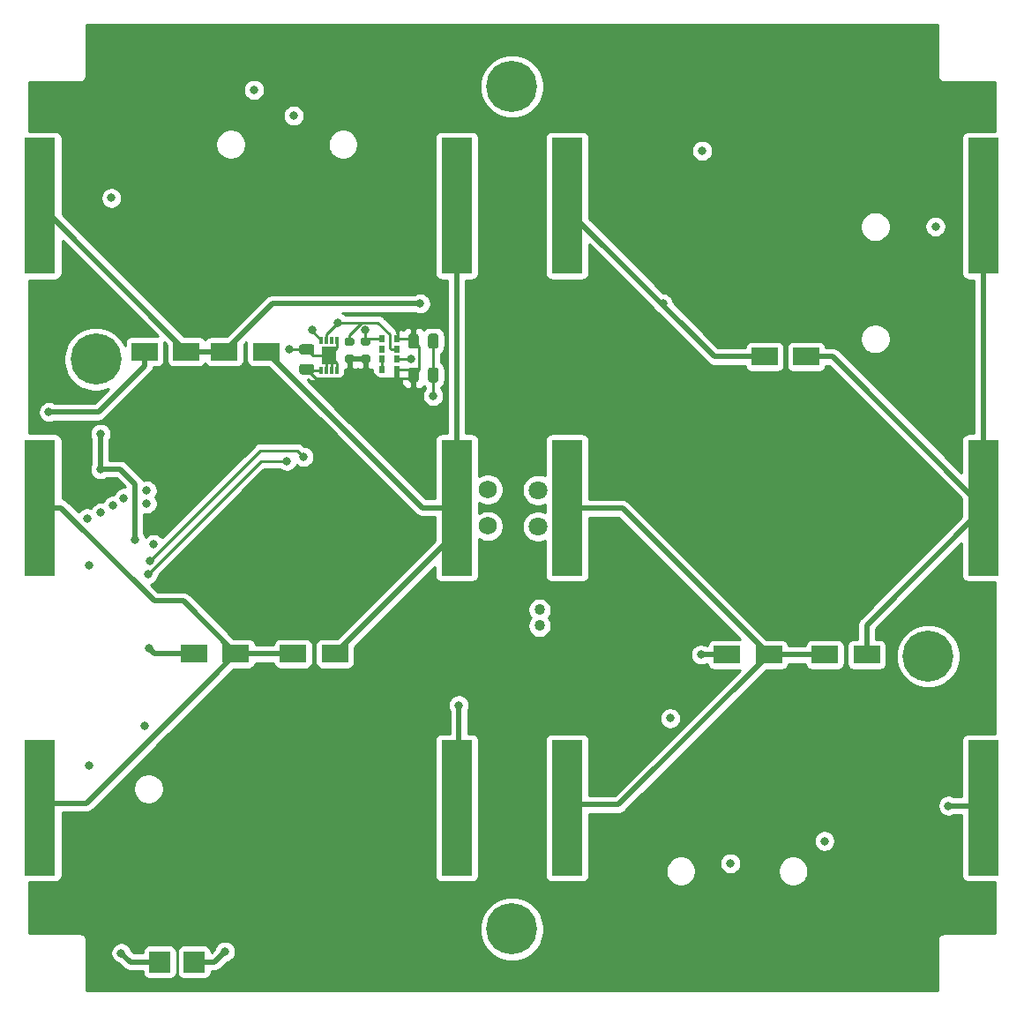
<source format=gbr>
%TF.GenerationSoftware,KiCad,Pcbnew,(5.1.10)-1*%
%TF.CreationDate,2022-11-13T15:12:26-08:00*%
%TF.ProjectId,-ZFace,2d5a4661-6365-42e6-9b69-6361645f7063,1.0*%
%TF.SameCoordinates,Original*%
%TF.FileFunction,Copper,L4,Bot*%
%TF.FilePolarity,Positive*%
%FSLAX46Y46*%
G04 Gerber Fmt 4.6, Leading zero omitted, Abs format (unit mm)*
G04 Created by KiCad (PCBNEW (5.1.10)-1) date 2022-11-13 15:12:26*
%MOMM*%
%LPD*%
G01*
G04 APERTURE LIST*
%TA.AperFunction,ComponentPad*%
%ADD10C,1.750000*%
%TD*%
%TA.AperFunction,ComponentPad*%
%ADD11C,1.800000*%
%TD*%
%TA.AperFunction,ComponentPad*%
%ADD12C,1.030000*%
%TD*%
%TA.AperFunction,SMDPad,CuDef*%
%ADD13R,2.000000X2.000000*%
%TD*%
%TA.AperFunction,ComponentPad*%
%ADD14C,4.900000*%
%TD*%
%TA.AperFunction,SMDPad,CuDef*%
%ADD15R,0.300000X0.750000*%
%TD*%
%TA.AperFunction,SMDPad,CuDef*%
%ADD16R,1.450000X1.750000*%
%TD*%
%TA.AperFunction,SMDPad,CuDef*%
%ADD17R,0.600000X0.720000*%
%TD*%
%TA.AperFunction,SMDPad,CuDef*%
%ADD18R,3.000000X13.000000*%
%TD*%
%TA.AperFunction,SMDPad,CuDef*%
%ADD19R,2.500000X1.700000*%
%TD*%
%TA.AperFunction,ViaPad*%
%ADD20C,0.800000*%
%TD*%
%TA.AperFunction,Conductor*%
%ADD21C,0.250000*%
%TD*%
%TA.AperFunction,Conductor*%
%ADD22C,0.500000*%
%TD*%
%TA.AperFunction,Conductor*%
%ADD23C,0.254000*%
%TD*%
%TA.AperFunction,Conductor*%
%ADD24C,0.100000*%
%TD*%
G04 APERTURE END LIST*
D10*
%TO.P,J8,1*%
%TO.N,Net-(J8-Pad1)*%
X158200000Y-83750000D03*
%TO.P,J8,2*%
%TO.N,Net-(J8-Pad2)*%
X158200000Y-80250000D03*
%TD*%
D11*
%TO.P,J7,1*%
%TO.N,Net-(J6-Pad2)*%
X163000000Y-83800000D03*
%TO.P,J7,2*%
%TO.N,Net-(J6-Pad1)*%
X163000000Y-80300000D03*
%TD*%
D12*
%TO.P,J6,2*%
%TO.N,Net-(J6-Pad2)*%
X163150000Y-93325000D03*
%TO.P,J6,1*%
%TO.N,Net-(J6-Pad1)*%
X163150000Y-91775000D03*
%TD*%
D13*
%TO.P,J10,1*%
%TO.N,VSOLAR*%
X126700000Y-125600000D03*
%TD*%
%TO.P,J9,1*%
%TO.N,GND*%
X130000000Y-125600000D03*
%TD*%
D14*
%TO.P,J13,1*%
%TO.N,Net-(J13-Pad1)*%
X200450000Y-96250000D03*
%TD*%
%TO.P,J12,1*%
%TO.N,Net-(J12-Pad1)*%
X160500000Y-41550000D03*
%TD*%
%TO.P,J11,1*%
%TO.N,Net-(J11-Pad1)*%
X120550000Y-67750000D03*
%TD*%
%TO.P,J14,1*%
%TO.N,Net-(J14-Pad1)*%
X160500000Y-122450000D03*
%TD*%
%TO.P,R3,2*%
%TO.N,SCL5*%
%TA.AperFunction,SMDPad,CuDef*%
G36*
G01*
X145175000Y-66450000D02*
X144625000Y-66450000D01*
G75*
G02*
X144425000Y-66250000I0J200000D01*
G01*
X144425000Y-65850000D01*
G75*
G02*
X144625000Y-65650000I200000J0D01*
G01*
X145175000Y-65650000D01*
G75*
G02*
X145375000Y-65850000I0J-200000D01*
G01*
X145375000Y-66250000D01*
G75*
G02*
X145175000Y-66450000I-200000J0D01*
G01*
G37*
%TD.AperFunction*%
%TO.P,R3,1*%
%TO.N,3V3*%
%TA.AperFunction,SMDPad,CuDef*%
G36*
G01*
X145175000Y-68100000D02*
X144625000Y-68100000D01*
G75*
G02*
X144425000Y-67900000I0J200000D01*
G01*
X144425000Y-67500000D01*
G75*
G02*
X144625000Y-67300000I200000J0D01*
G01*
X145175000Y-67300000D01*
G75*
G02*
X145375000Y-67500000I0J-200000D01*
G01*
X145375000Y-67900000D01*
G75*
G02*
X145175000Y-68100000I-200000J0D01*
G01*
G37*
%TD.AperFunction*%
%TD*%
D15*
%TO.P,U2,5*%
%TO.N,GND*%
X143700000Y-68850000D03*
%TO.P,U2,6*%
X143200000Y-68850000D03*
%TO.P,U2,8*%
%TO.N,3V3*%
X142200000Y-68850000D03*
%TO.P,U2,7*%
%TO.N,GND*%
X142700000Y-68850000D03*
%TO.P,U2,4*%
X143700000Y-65950000D03*
%TO.P,U2,3*%
%TO.N,Net-(U2-Pad3)*%
X143200000Y-65950000D03*
%TO.P,U2,2*%
%TO.N,SCL5*%
X142700000Y-65950000D03*
%TO.P,U2,1*%
%TO.N,SDA5*%
X142200000Y-65950000D03*
D16*
%TO.P,U2,9*%
%TO.N,GND*%
X142950000Y-67400000D03*
%TD*%
D17*
%TO.P,U1,7*%
%TO.N,SCL5*%
X149450000Y-66770000D03*
%TO.P,U1,2*%
%TO.N,Net-(U1-Pad2)*%
X148050000Y-66770000D03*
%TO.P,U1,6*%
%TO.N,GND*%
X149450000Y-67740000D03*
%TO.P,U1,3*%
%TO.N,Net-(U1-Pad3)*%
X148050000Y-67740000D03*
%TO.P,U1,4*%
X148050000Y-68710000D03*
%TO.P,U1,1*%
%TO.N,SDA5*%
X148050000Y-65800000D03*
%TO.P,U1,5*%
%TO.N,3V3*%
X149450000Y-68710000D03*
%TO.P,U1,8*%
X149450000Y-65800000D03*
%TD*%
D18*
%TO.P,SC6,2*%
%TO.N,GND*%
X205800000Y-110800000D03*
%TO.P,SC6,1*%
%TO.N,Net-(D5-Pad2)*%
X165800000Y-110800000D03*
%TD*%
%TO.P,SC5,2*%
%TO.N,Net-(D5-Pad2)*%
X165800000Y-82000000D03*
%TO.P,SC5,1*%
%TO.N,Net-(D4-Pad2)*%
X205800000Y-82000000D03*
%TD*%
%TO.P,SC4,2*%
%TO.N,Net-(D4-Pad2)*%
X205800000Y-53000000D03*
%TO.P,SC4,1*%
%TO.N,Net-(D1-Pad1)*%
X165800000Y-53000000D03*
%TD*%
%TO.P,SC3,2*%
%TO.N,GND*%
X155200000Y-110800000D03*
%TO.P,SC3,1*%
%TO.N,Net-(D2-Pad2)*%
X115200000Y-110800000D03*
%TD*%
%TO.P,SC2,2*%
%TO.N,Net-(D2-Pad2)*%
X115200000Y-82000000D03*
%TO.P,SC2,1*%
%TO.N,Net-(D1-Pad2)*%
X155200000Y-82000000D03*
%TD*%
%TO.P,SC1,2*%
%TO.N,Net-(D1-Pad2)*%
X155200000Y-53000000D03*
%TO.P,SC1,1*%
%TO.N,Net-(D1-Pad1)*%
X115200000Y-53000000D03*
%TD*%
%TO.P,R4,2*%
%TO.N,SDA5*%
%TA.AperFunction,SMDPad,CuDef*%
G36*
G01*
X146725000Y-66450000D02*
X146175000Y-66450000D01*
G75*
G02*
X145975000Y-66250000I0J200000D01*
G01*
X145975000Y-65850000D01*
G75*
G02*
X146175000Y-65650000I200000J0D01*
G01*
X146725000Y-65650000D01*
G75*
G02*
X146925000Y-65850000I0J-200000D01*
G01*
X146925000Y-66250000D01*
G75*
G02*
X146725000Y-66450000I-200000J0D01*
G01*
G37*
%TD.AperFunction*%
%TO.P,R4,1*%
%TO.N,3V3*%
%TA.AperFunction,SMDPad,CuDef*%
G36*
G01*
X146725000Y-68100000D02*
X146175000Y-68100000D01*
G75*
G02*
X145975000Y-67900000I0J200000D01*
G01*
X145975000Y-67500000D01*
G75*
G02*
X146175000Y-67300000I200000J0D01*
G01*
X146725000Y-67300000D01*
G75*
G02*
X146925000Y-67500000I0J-200000D01*
G01*
X146925000Y-67900000D01*
G75*
G02*
X146725000Y-68100000I-200000J0D01*
G01*
G37*
%TD.AperFunction*%
%TD*%
D19*
%TO.P,D7,2*%
%TO.N,Net-(D1-Pad1)*%
X129250000Y-67000000D03*
%TO.P,D7,1*%
%TO.N,VSOLAR*%
X125250000Y-67000000D03*
%TD*%
%TO.P,D6,2*%
%TO.N,GND*%
X181150000Y-96100000D03*
%TO.P,D6,1*%
%TO.N,Net-(D5-Pad2)*%
X185150000Y-96100000D03*
%TD*%
%TO.P,D5,2*%
%TO.N,Net-(D5-Pad2)*%
X190550000Y-96100000D03*
%TO.P,D5,1*%
%TO.N,Net-(D4-Pad2)*%
X194550000Y-96100000D03*
%TD*%
%TO.P,D4,2*%
%TO.N,Net-(D4-Pad2)*%
X188750000Y-67500000D03*
%TO.P,D4,1*%
%TO.N,Net-(D1-Pad1)*%
X184750000Y-67500000D03*
%TD*%
%TO.P,D3,2*%
%TO.N,GND*%
X130000000Y-96000000D03*
%TO.P,D3,1*%
%TO.N,Net-(D2-Pad2)*%
X134000000Y-96000000D03*
%TD*%
%TO.P,D2,2*%
%TO.N,Net-(D2-Pad2)*%
X139500000Y-96000000D03*
%TO.P,D2,1*%
%TO.N,Net-(D1-Pad2)*%
X143500000Y-96000000D03*
%TD*%
%TO.P,D1,2*%
%TO.N,Net-(D1-Pad2)*%
X136900000Y-67000000D03*
%TO.P,D1,1*%
%TO.N,Net-(D1-Pad1)*%
X132900000Y-67000000D03*
%TD*%
%TO.P,C3,2*%
%TO.N,GND*%
%TA.AperFunction,SMDPad,CuDef*%
G36*
G01*
X141275000Y-67300000D02*
X140325000Y-67300000D01*
G75*
G02*
X140075000Y-67050000I0J250000D01*
G01*
X140075000Y-66550000D01*
G75*
G02*
X140325000Y-66300000I250000J0D01*
G01*
X141275000Y-66300000D01*
G75*
G02*
X141525000Y-66550000I0J-250000D01*
G01*
X141525000Y-67050000D01*
G75*
G02*
X141275000Y-67300000I-250000J0D01*
G01*
G37*
%TD.AperFunction*%
%TO.P,C3,1*%
%TO.N,3V3*%
%TA.AperFunction,SMDPad,CuDef*%
G36*
G01*
X141275000Y-69200000D02*
X140325000Y-69200000D01*
G75*
G02*
X140075000Y-68950000I0J250000D01*
G01*
X140075000Y-68450000D01*
G75*
G02*
X140325000Y-68200000I250000J0D01*
G01*
X141275000Y-68200000D01*
G75*
G02*
X141525000Y-68450000I0J-250000D01*
G01*
X141525000Y-68950000D01*
G75*
G02*
X141275000Y-69200000I-250000J0D01*
G01*
G37*
%TD.AperFunction*%
%TD*%
%TO.P,C2,2*%
%TO.N,3V3*%
%TA.AperFunction,SMDPad,CuDef*%
G36*
G01*
X151550000Y-68775000D02*
X151550000Y-69725000D01*
G75*
G02*
X151300000Y-69975000I-250000J0D01*
G01*
X150800000Y-69975000D01*
G75*
G02*
X150550000Y-69725000I0J250000D01*
G01*
X150550000Y-68775000D01*
G75*
G02*
X150800000Y-68525000I250000J0D01*
G01*
X151300000Y-68525000D01*
G75*
G02*
X151550000Y-68775000I0J-250000D01*
G01*
G37*
%TD.AperFunction*%
%TO.P,C2,1*%
%TO.N,GND*%
%TA.AperFunction,SMDPad,CuDef*%
G36*
G01*
X153450000Y-68775000D02*
X153450000Y-69725000D01*
G75*
G02*
X153200000Y-69975000I-250000J0D01*
G01*
X152700000Y-69975000D01*
G75*
G02*
X152450000Y-69725000I0J250000D01*
G01*
X152450000Y-68775000D01*
G75*
G02*
X152700000Y-68525000I250000J0D01*
G01*
X153200000Y-68525000D01*
G75*
G02*
X153450000Y-68775000I0J-250000D01*
G01*
G37*
%TD.AperFunction*%
%TD*%
%TO.P,C1,2*%
%TO.N,GND*%
%TA.AperFunction,SMDPad,CuDef*%
G36*
G01*
X152450000Y-66475000D02*
X152450000Y-65525000D01*
G75*
G02*
X152700000Y-65275000I250000J0D01*
G01*
X153200000Y-65275000D01*
G75*
G02*
X153450000Y-65525000I0J-250000D01*
G01*
X153450000Y-66475000D01*
G75*
G02*
X153200000Y-66725000I-250000J0D01*
G01*
X152700000Y-66725000D01*
G75*
G02*
X152450000Y-66475000I0J250000D01*
G01*
G37*
%TD.AperFunction*%
%TO.P,C1,1*%
%TO.N,3V3*%
%TA.AperFunction,SMDPad,CuDef*%
G36*
G01*
X150550000Y-66475000D02*
X150550000Y-65525000D01*
G75*
G02*
X150800000Y-65275000I250000J0D01*
G01*
X151300000Y-65275000D01*
G75*
G02*
X151550000Y-65525000I0J-250000D01*
G01*
X151550000Y-66475000D01*
G75*
G02*
X151300000Y-66725000I-250000J0D01*
G01*
X150800000Y-66725000D01*
G75*
G02*
X150550000Y-66475000I0J250000D01*
G01*
G37*
%TD.AperFunction*%
%TD*%
D20*
%TO.N,GND*%
X121000000Y-78300000D03*
X124300000Y-85050000D03*
X121000000Y-74900000D03*
X152950000Y-71250000D03*
X139150000Y-66800000D03*
X125700000Y-95500000D03*
X132950000Y-124600000D03*
X178650000Y-96100000D03*
X150810000Y-67740000D03*
X202400000Y-110600000D03*
X155400000Y-100950000D03*
%TO.N,VSOLAR*%
X119950000Y-87500000D03*
X135725000Y-41875000D03*
X119925000Y-106775000D03*
X116050000Y-72800000D03*
X123000000Y-124750000D03*
%TO.N,3V3*%
X128800000Y-51350000D03*
X189600000Y-114850000D03*
X125575000Y-83875000D03*
X181300000Y-48400000D03*
%TO.N,Net-(D1-Pad1)*%
X151700000Y-62400000D03*
X175000000Y-62400000D03*
%TO.N,+MagZ*%
X175700000Y-102200000D03*
X125450000Y-80350000D03*
X125450000Y-81600000D03*
%TO.N,-MagY*%
X123250000Y-81050000D03*
X126100000Y-85500000D03*
X201150000Y-55000000D03*
%TO.N,+MagY*%
X122200000Y-81800000D03*
X125285000Y-102965000D03*
X178775000Y-47725000D03*
%TO.N,-MagX*%
X121050000Y-82450000D03*
X181465000Y-116135000D03*
X122050000Y-52250000D03*
%TO.N,+MagX*%
X119700000Y-83000000D03*
X139543205Y-44356795D03*
X190500000Y-114000000D03*
%TO.N,SCL4*%
X125750000Y-87100000D03*
X140500000Y-77100000D03*
%TO.N,SDA4*%
X125550000Y-88400000D03*
X138900000Y-77500000D03*
%TO.N,SCL5*%
X143814999Y-64224999D03*
%TO.N,SDA5*%
X146450000Y-64950000D03*
X141300000Y-64950000D03*
%TD*%
D21*
%TO.N,GND*%
X143200000Y-67650000D02*
X142950000Y-67400000D01*
X143200000Y-68850000D02*
X143200000Y-67650000D01*
X142700000Y-67650000D02*
X142950000Y-67400000D01*
X142700000Y-68850000D02*
X142700000Y-67650000D01*
X143700000Y-68150000D02*
X142950000Y-67400000D01*
X143700000Y-68850000D02*
X143700000Y-68150000D01*
X143700000Y-66650000D02*
X142950000Y-67400000D01*
X143700000Y-65950000D02*
X143700000Y-66650000D01*
X141400000Y-67400000D02*
X140800000Y-66800000D01*
X142950000Y-67400000D02*
X141400000Y-67400000D01*
X152950000Y-65550000D02*
X152950000Y-69050000D01*
D22*
X121000000Y-78300000D02*
X122900000Y-78300000D01*
X122900000Y-78300000D02*
X124300000Y-79700000D01*
X124300000Y-79700000D02*
X124300000Y-85050000D01*
X121000000Y-78300000D02*
X121000000Y-74900000D01*
X121000000Y-74900000D02*
X121000000Y-74900000D01*
D21*
X152950000Y-69050000D02*
X152950000Y-71250000D01*
X149450000Y-67740000D02*
X149960000Y-67740000D01*
X152950000Y-71250000D02*
X152950000Y-71250000D01*
X140800000Y-66800000D02*
X139400000Y-66800000D01*
X139400000Y-66800000D02*
X139400000Y-66800000D01*
X139400000Y-66800000D02*
X139150000Y-66800000D01*
X139150000Y-66800000D02*
X139150000Y-66800000D01*
D22*
X130000000Y-96000000D02*
X126200000Y-96000000D01*
X126200000Y-96000000D02*
X125700000Y-95500000D01*
X125700000Y-95500000D02*
X125700000Y-95500000D01*
X130000000Y-125600000D02*
X131950000Y-125600000D01*
X131950000Y-125600000D02*
X132950000Y-124600000D01*
X132950000Y-124600000D02*
X132950000Y-124600000D01*
X181150000Y-96100000D02*
X178650000Y-96100000D01*
X178650000Y-96100000D02*
X178650000Y-96100000D01*
X205600000Y-110600000D02*
X202400000Y-110600000D01*
D21*
X149960000Y-67740000D02*
X150810000Y-67740000D01*
X150810000Y-67740000D02*
X150810000Y-67740000D01*
D22*
X202400000Y-110600000D02*
X202400000Y-110600000D01*
X155400000Y-110350000D02*
X155400000Y-100950000D01*
X155400000Y-100950000D02*
X155400000Y-100950000D01*
%TO.N,VSOLAR*%
X126700000Y-125600000D02*
X123850000Y-125600000D01*
X123850000Y-125600000D02*
X123000000Y-124750000D01*
X123000000Y-124750000D02*
X122950000Y-124700000D01*
X120800000Y-72800000D02*
X116050000Y-72800000D01*
X125250000Y-68350000D02*
X120800000Y-72800000D01*
X125250000Y-67000000D02*
X125250000Y-68350000D01*
%TO.N,Net-(D1-Pad2)*%
X155200000Y-84300000D02*
X143500000Y-96000000D01*
X155200000Y-82000000D02*
X155200000Y-84300000D01*
X155350000Y-53300000D02*
X155350000Y-50050000D01*
X155200000Y-53450000D02*
X155350000Y-53300000D01*
X155200000Y-82000000D02*
X155200000Y-53000000D01*
X151900000Y-82000000D02*
X143250000Y-73350000D01*
X155200000Y-82000000D02*
X151900000Y-82000000D01*
X143250000Y-73350000D02*
X136900000Y-67000000D01*
X143500000Y-73600000D02*
X143250000Y-73350000D01*
%TO.N,Net-(D2-Pad2)*%
X134000000Y-96000000D02*
X139500000Y-96000000D01*
X119650000Y-110350000D02*
X131750000Y-98250000D01*
X115400000Y-110350000D02*
X119650000Y-110350000D01*
X131750000Y-98250000D02*
X134000000Y-96000000D01*
X117200000Y-82000000D02*
X115200000Y-82000000D01*
X128950000Y-90950000D02*
X134000000Y-96000000D01*
X126150000Y-90950000D02*
X128950000Y-90950000D01*
X126150000Y-90950000D02*
X117200000Y-82000000D01*
D21*
%TO.N,3V3*%
X150955000Y-65745000D02*
X151050000Y-65650000D01*
X150705000Y-68655000D02*
X151050000Y-69000000D01*
X150900000Y-65800000D02*
X151050000Y-65650000D01*
X150800000Y-65800000D02*
X151050000Y-65550000D01*
X149450000Y-65800000D02*
X150800000Y-65800000D01*
X150710000Y-68710000D02*
X151050000Y-69050000D01*
X149450000Y-68710000D02*
X150710000Y-68710000D01*
X140950000Y-68850000D02*
X140800000Y-68700000D01*
X142200000Y-68850000D02*
X140950000Y-68850000D01*
X144900000Y-68760002D02*
X144900000Y-67700000D01*
X144110001Y-69550001D02*
X144900000Y-68760002D01*
X141650001Y-69550001D02*
X144110001Y-69550001D01*
X140800000Y-68700000D02*
X141650001Y-69550001D01*
X144900000Y-67700000D02*
X146450000Y-67700000D01*
X150551171Y-69548829D02*
X151050000Y-69050000D01*
X147643827Y-69548829D02*
X150551171Y-69548829D01*
X146450000Y-68355002D02*
X147643827Y-69548829D01*
X146450000Y-67700000D02*
X146450000Y-68355002D01*
X151100000Y-65550000D02*
X151050000Y-65550000D01*
X151548829Y-66498829D02*
X151050000Y-66000000D01*
X151548829Y-68751171D02*
X151548829Y-66498829D01*
X151050000Y-69250000D02*
X151548829Y-68751171D01*
D22*
%TO.N,Net-(D1-Pad1)*%
X179950000Y-67500000D02*
X165750000Y-53300000D01*
X184750000Y-67500000D02*
X179950000Y-67500000D01*
X165750000Y-56650000D02*
X165750000Y-53300000D01*
X115250000Y-53000000D02*
X129250000Y-67000000D01*
X115200000Y-53000000D02*
X115250000Y-53000000D01*
X132900000Y-67000000D02*
X129250000Y-67000000D01*
X132900000Y-67000000D02*
X137500000Y-62400000D01*
X137500000Y-62400000D02*
X151700000Y-62400000D01*
X151700000Y-62400000D02*
X151700000Y-62400000D01*
%TO.N,Net-(D4-Pad2)*%
X205800000Y-82050000D02*
X205800000Y-74312998D01*
X205800000Y-86600000D02*
X205800000Y-82050000D01*
X194550000Y-93250000D02*
X205800000Y-82000000D01*
X194550000Y-96100000D02*
X194550000Y-93250000D01*
X205750000Y-81950000D02*
X205800000Y-82000000D01*
X205750000Y-53300000D02*
X205750000Y-81950000D01*
X191300000Y-67500000D02*
X205800000Y-82000000D01*
X188750000Y-67500000D02*
X191300000Y-67500000D01*
%TO.N,Net-(D5-Pad2)*%
X185150000Y-96100000D02*
X190550000Y-96100000D01*
X171100000Y-82050000D02*
X165800000Y-82050000D01*
X185150000Y-96100000D02*
X171100000Y-82050000D01*
X170750000Y-110500000D02*
X185150000Y-96100000D01*
X165650000Y-110500000D02*
X170750000Y-110500000D01*
D21*
%TO.N,SCL4*%
X125750000Y-87100000D02*
X136350000Y-76500000D01*
X136350000Y-76500000D02*
X139700000Y-76500000D01*
X139700000Y-76500000D02*
X139900000Y-76500000D01*
X139900000Y-76500000D02*
X140500000Y-77100000D01*
X140500000Y-77100000D02*
X140500000Y-77100000D01*
%TO.N,SDA4*%
X125550000Y-88400000D02*
X135200000Y-78750000D01*
X135200000Y-78750000D02*
X136050000Y-77900000D01*
X136050000Y-77900000D02*
X136450000Y-77500000D01*
X136450000Y-77500000D02*
X138900000Y-77500000D01*
%TO.N,SCL5*%
X148900000Y-66770000D02*
X149450000Y-66770000D01*
X148750000Y-66620000D02*
X148900000Y-66770000D01*
X148750000Y-65350000D02*
X148750000Y-66620000D01*
X147624999Y-64224999D02*
X148750000Y-65350000D01*
X146101999Y-64224999D02*
X147624999Y-64224999D01*
X144900000Y-65426998D02*
X146101999Y-64224999D01*
X144900000Y-66050000D02*
X144900000Y-65426998D01*
X142700000Y-65339998D02*
X142700000Y-65950000D01*
X143814999Y-64224999D02*
X143814999Y-64224999D01*
X146101999Y-64224999D02*
X143814999Y-64224999D01*
X143814999Y-64224999D02*
X142700000Y-65339998D01*
%TO.N,SDA5*%
X146700000Y-65800000D02*
X146450000Y-66050000D01*
X148050000Y-65800000D02*
X146700000Y-65800000D01*
X146450000Y-66050000D02*
X146450000Y-64950000D01*
X146450000Y-64950000D02*
X146450000Y-64950000D01*
X142200000Y-65950000D02*
X142200000Y-65900000D01*
X142200000Y-65900000D02*
X141250000Y-64950000D01*
%TO.N,Net-(U1-Pad3)*%
X148050000Y-67740000D02*
X148050000Y-68710000D01*
%TD*%
D23*
%TO.N,3V3*%
X201340001Y-40467571D02*
X201336807Y-40500000D01*
X201349550Y-40629383D01*
X201387290Y-40753793D01*
X201448575Y-40868450D01*
X201531052Y-40968948D01*
X201631550Y-41051425D01*
X201746207Y-41112710D01*
X201870617Y-41150450D01*
X201967581Y-41160000D01*
X202000000Y-41163193D01*
X202032419Y-41160000D01*
X206840000Y-41160000D01*
X206840000Y-45861928D01*
X204300000Y-45861928D01*
X204175518Y-45874188D01*
X204055820Y-45910498D01*
X203945506Y-45969463D01*
X203848815Y-46048815D01*
X203769463Y-46145506D01*
X203710498Y-46255820D01*
X203674188Y-46375518D01*
X203661928Y-46500000D01*
X203661928Y-59500000D01*
X203674188Y-59624482D01*
X203710498Y-59744180D01*
X203769463Y-59854494D01*
X203848815Y-59951185D01*
X203945506Y-60030537D01*
X204055820Y-60089502D01*
X204175518Y-60125812D01*
X204300000Y-60138072D01*
X204865000Y-60138072D01*
X204865001Y-74861928D01*
X204300000Y-74861928D01*
X204175518Y-74874188D01*
X204055820Y-74910498D01*
X203945506Y-74969463D01*
X203848815Y-75048815D01*
X203769463Y-75145506D01*
X203710498Y-75255820D01*
X203674188Y-75375518D01*
X203661928Y-75500000D01*
X203661928Y-78610349D01*
X191956534Y-66904956D01*
X191928817Y-66871183D01*
X191794059Y-66760589D01*
X191640313Y-66678411D01*
X191473490Y-66627805D01*
X191343477Y-66615000D01*
X191343469Y-66615000D01*
X191300000Y-66610719D01*
X191256531Y-66615000D01*
X190634625Y-66615000D01*
X190625812Y-66525518D01*
X190589502Y-66405820D01*
X190530537Y-66295506D01*
X190451185Y-66198815D01*
X190354494Y-66119463D01*
X190244180Y-66060498D01*
X190124482Y-66024188D01*
X190000000Y-66011928D01*
X187500000Y-66011928D01*
X187375518Y-66024188D01*
X187255820Y-66060498D01*
X187145506Y-66119463D01*
X187048815Y-66198815D01*
X186969463Y-66295506D01*
X186910498Y-66405820D01*
X186874188Y-66525518D01*
X186861928Y-66650000D01*
X186861928Y-68350000D01*
X186874188Y-68474482D01*
X186910498Y-68594180D01*
X186969463Y-68704494D01*
X187048815Y-68801185D01*
X187145506Y-68880537D01*
X187255820Y-68939502D01*
X187375518Y-68975812D01*
X187500000Y-68988072D01*
X190000000Y-68988072D01*
X190124482Y-68975812D01*
X190244180Y-68939502D01*
X190354494Y-68880537D01*
X190451185Y-68801185D01*
X190530537Y-68704494D01*
X190589502Y-68594180D01*
X190625812Y-68474482D01*
X190634625Y-68385000D01*
X190933422Y-68385000D01*
X203661928Y-81113507D01*
X203661928Y-82886493D01*
X193954952Y-92593470D01*
X193921184Y-92621183D01*
X193893471Y-92654951D01*
X193893468Y-92654954D01*
X193810590Y-92755941D01*
X193728412Y-92909687D01*
X193677805Y-93076510D01*
X193660719Y-93250000D01*
X193665001Y-93293479D01*
X193665001Y-94611928D01*
X193300000Y-94611928D01*
X193175518Y-94624188D01*
X193055820Y-94660498D01*
X192945506Y-94719463D01*
X192848815Y-94798815D01*
X192769463Y-94895506D01*
X192710498Y-95005820D01*
X192674188Y-95125518D01*
X192661928Y-95250000D01*
X192661928Y-96950000D01*
X192674188Y-97074482D01*
X192710498Y-97194180D01*
X192769463Y-97304494D01*
X192848815Y-97401185D01*
X192945506Y-97480537D01*
X193055820Y-97539502D01*
X193175518Y-97575812D01*
X193300000Y-97588072D01*
X195800000Y-97588072D01*
X195924482Y-97575812D01*
X196044180Y-97539502D01*
X196154494Y-97480537D01*
X196251185Y-97401185D01*
X196330537Y-97304494D01*
X196389502Y-97194180D01*
X196425812Y-97074482D01*
X196438072Y-96950000D01*
X196438072Y-95946154D01*
X197365000Y-95946154D01*
X197365000Y-96553846D01*
X197483555Y-97149861D01*
X197716108Y-97711295D01*
X198053724Y-98216573D01*
X198483427Y-98646276D01*
X198988705Y-98983892D01*
X199550139Y-99216445D01*
X200146154Y-99335000D01*
X200753846Y-99335000D01*
X201349861Y-99216445D01*
X201911295Y-98983892D01*
X202416573Y-98646276D01*
X202846276Y-98216573D01*
X203183892Y-97711295D01*
X203416445Y-97149861D01*
X203535000Y-96553846D01*
X203535000Y-95946154D01*
X203416445Y-95350139D01*
X203183892Y-94788705D01*
X202846276Y-94283427D01*
X202416573Y-93853724D01*
X201911295Y-93516108D01*
X201349861Y-93283555D01*
X200753846Y-93165000D01*
X200146154Y-93165000D01*
X199550139Y-93283555D01*
X198988705Y-93516108D01*
X198483427Y-93853724D01*
X198053724Y-94283427D01*
X197716108Y-94788705D01*
X197483555Y-95350139D01*
X197365000Y-95946154D01*
X196438072Y-95946154D01*
X196438072Y-95250000D01*
X196425812Y-95125518D01*
X196389502Y-95005820D01*
X196330537Y-94895506D01*
X196251185Y-94798815D01*
X196154494Y-94719463D01*
X196044180Y-94660498D01*
X195924482Y-94624188D01*
X195800000Y-94611928D01*
X195435000Y-94611928D01*
X195435000Y-93616578D01*
X203661928Y-85389651D01*
X203661928Y-88500000D01*
X203674188Y-88624482D01*
X203710498Y-88744180D01*
X203769463Y-88854494D01*
X203848815Y-88951185D01*
X203945506Y-89030537D01*
X204055820Y-89089502D01*
X204175518Y-89125812D01*
X204300000Y-89138072D01*
X206840001Y-89138072D01*
X206840001Y-103661928D01*
X204300000Y-103661928D01*
X204175518Y-103674188D01*
X204055820Y-103710498D01*
X203945506Y-103769463D01*
X203848815Y-103848815D01*
X203769463Y-103945506D01*
X203710498Y-104055820D01*
X203674188Y-104175518D01*
X203661928Y-104300000D01*
X203661928Y-109715000D01*
X202938454Y-109715000D01*
X202890256Y-109682795D01*
X202701898Y-109604774D01*
X202501939Y-109565000D01*
X202298061Y-109565000D01*
X202098102Y-109604774D01*
X201909744Y-109682795D01*
X201740226Y-109796063D01*
X201596063Y-109940226D01*
X201482795Y-110109744D01*
X201404774Y-110298102D01*
X201365000Y-110498061D01*
X201365000Y-110701939D01*
X201404774Y-110901898D01*
X201482795Y-111090256D01*
X201596063Y-111259774D01*
X201740226Y-111403937D01*
X201909744Y-111517205D01*
X202098102Y-111595226D01*
X202298061Y-111635000D01*
X202501939Y-111635000D01*
X202701898Y-111595226D01*
X202890256Y-111517205D01*
X202938454Y-111485000D01*
X203661928Y-111485000D01*
X203661928Y-117300000D01*
X203674188Y-117424482D01*
X203710498Y-117544180D01*
X203769463Y-117654494D01*
X203848815Y-117751185D01*
X203945506Y-117830537D01*
X204055820Y-117889502D01*
X204175518Y-117925812D01*
X204300000Y-117938072D01*
X206840001Y-117938072D01*
X206840001Y-122840000D01*
X202032419Y-122840000D01*
X202000000Y-122836807D01*
X201967581Y-122840000D01*
X201870617Y-122849550D01*
X201746207Y-122887290D01*
X201631550Y-122948575D01*
X201531052Y-123031052D01*
X201448575Y-123131550D01*
X201387290Y-123246207D01*
X201349550Y-123370617D01*
X201336807Y-123500000D01*
X201340001Y-123532429D01*
X201340000Y-128340000D01*
X119660000Y-128340000D01*
X119660000Y-124648061D01*
X121965000Y-124648061D01*
X121965000Y-124851939D01*
X122004774Y-125051898D01*
X122082795Y-125240256D01*
X122196063Y-125409774D01*
X122340226Y-125553937D01*
X122509744Y-125667205D01*
X122698102Y-125745226D01*
X122754957Y-125756535D01*
X123193470Y-126195049D01*
X123221183Y-126228817D01*
X123254951Y-126256530D01*
X123254953Y-126256532D01*
X123355941Y-126339411D01*
X123509686Y-126421589D01*
X123676510Y-126472195D01*
X123806523Y-126485000D01*
X123806531Y-126485000D01*
X123850000Y-126489281D01*
X123893469Y-126485000D01*
X125061928Y-126485000D01*
X125061928Y-126600000D01*
X125074188Y-126724482D01*
X125110498Y-126844180D01*
X125169463Y-126954494D01*
X125248815Y-127051185D01*
X125345506Y-127130537D01*
X125455820Y-127189502D01*
X125575518Y-127225812D01*
X125700000Y-127238072D01*
X127700000Y-127238072D01*
X127824482Y-127225812D01*
X127944180Y-127189502D01*
X128054494Y-127130537D01*
X128151185Y-127051185D01*
X128230537Y-126954494D01*
X128289502Y-126844180D01*
X128325812Y-126724482D01*
X128338072Y-126600000D01*
X128338072Y-124600000D01*
X128361928Y-124600000D01*
X128361928Y-126600000D01*
X128374188Y-126724482D01*
X128410498Y-126844180D01*
X128469463Y-126954494D01*
X128548815Y-127051185D01*
X128645506Y-127130537D01*
X128755820Y-127189502D01*
X128875518Y-127225812D01*
X129000000Y-127238072D01*
X131000000Y-127238072D01*
X131124482Y-127225812D01*
X131244180Y-127189502D01*
X131354494Y-127130537D01*
X131451185Y-127051185D01*
X131530537Y-126954494D01*
X131589502Y-126844180D01*
X131625812Y-126724482D01*
X131638072Y-126600000D01*
X131638072Y-126485000D01*
X131906531Y-126485000D01*
X131950000Y-126489281D01*
X131993469Y-126485000D01*
X131993477Y-126485000D01*
X132123490Y-126472195D01*
X132290313Y-126421589D01*
X132444059Y-126339411D01*
X132578817Y-126228817D01*
X132606534Y-126195044D01*
X133195044Y-125606535D01*
X133251898Y-125595226D01*
X133440256Y-125517205D01*
X133609774Y-125403937D01*
X133753937Y-125259774D01*
X133867205Y-125090256D01*
X133945226Y-124901898D01*
X133985000Y-124701939D01*
X133985000Y-124498061D01*
X133945226Y-124298102D01*
X133867205Y-124109744D01*
X133753937Y-123940226D01*
X133609774Y-123796063D01*
X133440256Y-123682795D01*
X133251898Y-123604774D01*
X133051939Y-123565000D01*
X132848061Y-123565000D01*
X132648102Y-123604774D01*
X132459744Y-123682795D01*
X132290226Y-123796063D01*
X132146063Y-123940226D01*
X132032795Y-124109744D01*
X131954774Y-124298102D01*
X131943465Y-124354956D01*
X131638072Y-124660350D01*
X131638072Y-124600000D01*
X131625812Y-124475518D01*
X131589502Y-124355820D01*
X131530537Y-124245506D01*
X131451185Y-124148815D01*
X131354494Y-124069463D01*
X131244180Y-124010498D01*
X131124482Y-123974188D01*
X131000000Y-123961928D01*
X129000000Y-123961928D01*
X128875518Y-123974188D01*
X128755820Y-124010498D01*
X128645506Y-124069463D01*
X128548815Y-124148815D01*
X128469463Y-124245506D01*
X128410498Y-124355820D01*
X128374188Y-124475518D01*
X128361928Y-124600000D01*
X128338072Y-124600000D01*
X128325812Y-124475518D01*
X128289502Y-124355820D01*
X128230537Y-124245506D01*
X128151185Y-124148815D01*
X128054494Y-124069463D01*
X127944180Y-124010498D01*
X127824482Y-123974188D01*
X127700000Y-123961928D01*
X125700000Y-123961928D01*
X125575518Y-123974188D01*
X125455820Y-124010498D01*
X125345506Y-124069463D01*
X125248815Y-124148815D01*
X125169463Y-124245506D01*
X125110498Y-124355820D01*
X125074188Y-124475518D01*
X125061928Y-124600000D01*
X125061928Y-124715000D01*
X124216579Y-124715000D01*
X124006535Y-124504957D01*
X123995226Y-124448102D01*
X123917205Y-124259744D01*
X123803937Y-124090226D01*
X123659774Y-123946063D01*
X123490256Y-123832795D01*
X123301898Y-123754774D01*
X123101939Y-123715000D01*
X122898061Y-123715000D01*
X122698102Y-123754774D01*
X122509744Y-123832795D01*
X122340226Y-123946063D01*
X122196063Y-124090226D01*
X122082795Y-124259744D01*
X122004774Y-124448102D01*
X121965000Y-124648061D01*
X119660000Y-124648061D01*
X119660000Y-123532418D01*
X119663193Y-123500000D01*
X119650450Y-123370617D01*
X119612710Y-123246207D01*
X119551425Y-123131550D01*
X119468948Y-123031052D01*
X119368450Y-122948575D01*
X119253793Y-122887290D01*
X119129383Y-122849550D01*
X119032419Y-122840000D01*
X119000000Y-122836807D01*
X118967581Y-122840000D01*
X114160000Y-122840000D01*
X114160000Y-122146154D01*
X157415000Y-122146154D01*
X157415000Y-122753846D01*
X157533555Y-123349861D01*
X157766108Y-123911295D01*
X158103724Y-124416573D01*
X158533427Y-124846276D01*
X159038705Y-125183892D01*
X159600139Y-125416445D01*
X160196154Y-125535000D01*
X160803846Y-125535000D01*
X161399861Y-125416445D01*
X161961295Y-125183892D01*
X162466573Y-124846276D01*
X162896276Y-124416573D01*
X163233892Y-123911295D01*
X163466445Y-123349861D01*
X163585000Y-122753846D01*
X163585000Y-122146154D01*
X163466445Y-121550139D01*
X163233892Y-120988705D01*
X162896276Y-120483427D01*
X162466573Y-120053724D01*
X161961295Y-119716108D01*
X161399861Y-119483555D01*
X160803846Y-119365000D01*
X160196154Y-119365000D01*
X159600139Y-119483555D01*
X159038705Y-119716108D01*
X158533427Y-120053724D01*
X158103724Y-120483427D01*
X157766108Y-120988705D01*
X157533555Y-121550139D01*
X157415000Y-122146154D01*
X114160000Y-122146154D01*
X114160000Y-117938072D01*
X116700000Y-117938072D01*
X116824482Y-117925812D01*
X116944180Y-117889502D01*
X117054494Y-117830537D01*
X117151185Y-117751185D01*
X117230537Y-117654494D01*
X117289502Y-117544180D01*
X117325812Y-117424482D01*
X117338072Y-117300000D01*
X117338072Y-111235000D01*
X119606531Y-111235000D01*
X119650000Y-111239281D01*
X119693469Y-111235000D01*
X119693477Y-111235000D01*
X119823490Y-111222195D01*
X119990313Y-111171589D01*
X120144059Y-111089411D01*
X120278817Y-110978817D01*
X120306534Y-110945044D01*
X122410375Y-108841203D01*
X124155000Y-108841203D01*
X124155000Y-109128797D01*
X124211107Y-109410866D01*
X124321165Y-109676569D01*
X124480944Y-109915696D01*
X124684304Y-110119056D01*
X124923431Y-110278835D01*
X125189134Y-110388893D01*
X125471203Y-110445000D01*
X125758797Y-110445000D01*
X126040866Y-110388893D01*
X126306569Y-110278835D01*
X126545696Y-110119056D01*
X126749056Y-109915696D01*
X126908835Y-109676569D01*
X127018893Y-109410866D01*
X127075000Y-109128797D01*
X127075000Y-108841203D01*
X127018893Y-108559134D01*
X126908835Y-108293431D01*
X126749056Y-108054304D01*
X126545696Y-107850944D01*
X126306569Y-107691165D01*
X126040866Y-107581107D01*
X125758797Y-107525000D01*
X125471203Y-107525000D01*
X125189134Y-107581107D01*
X124923431Y-107691165D01*
X124684304Y-107850944D01*
X124480944Y-108054304D01*
X124321165Y-108293431D01*
X124211107Y-108559134D01*
X124155000Y-108841203D01*
X122410375Y-108841203D01*
X126951578Y-104300000D01*
X153061928Y-104300000D01*
X153061928Y-117300000D01*
X153074188Y-117424482D01*
X153110498Y-117544180D01*
X153169463Y-117654494D01*
X153248815Y-117751185D01*
X153345506Y-117830537D01*
X153455820Y-117889502D01*
X153575518Y-117925812D01*
X153700000Y-117938072D01*
X156700000Y-117938072D01*
X156824482Y-117925812D01*
X156944180Y-117889502D01*
X157054494Y-117830537D01*
X157151185Y-117751185D01*
X157230537Y-117654494D01*
X157289502Y-117544180D01*
X157325812Y-117424482D01*
X157338072Y-117300000D01*
X157338072Y-104300000D01*
X157325812Y-104175518D01*
X157289502Y-104055820D01*
X157230537Y-103945506D01*
X157151185Y-103848815D01*
X157054494Y-103769463D01*
X156944180Y-103710498D01*
X156824482Y-103674188D01*
X156700000Y-103661928D01*
X156285000Y-103661928D01*
X156285000Y-102098061D01*
X174665000Y-102098061D01*
X174665000Y-102301939D01*
X174704774Y-102501898D01*
X174782795Y-102690256D01*
X174896063Y-102859774D01*
X175040226Y-103003937D01*
X175209744Y-103117205D01*
X175398102Y-103195226D01*
X175598061Y-103235000D01*
X175801939Y-103235000D01*
X176001898Y-103195226D01*
X176190256Y-103117205D01*
X176359774Y-103003937D01*
X176503937Y-102859774D01*
X176617205Y-102690256D01*
X176695226Y-102501898D01*
X176735000Y-102301939D01*
X176735000Y-102098061D01*
X176695226Y-101898102D01*
X176617205Y-101709744D01*
X176503937Y-101540226D01*
X176359774Y-101396063D01*
X176190256Y-101282795D01*
X176001898Y-101204774D01*
X175801939Y-101165000D01*
X175598061Y-101165000D01*
X175398102Y-101204774D01*
X175209744Y-101282795D01*
X175040226Y-101396063D01*
X174896063Y-101540226D01*
X174782795Y-101709744D01*
X174704774Y-101898102D01*
X174665000Y-102098061D01*
X156285000Y-102098061D01*
X156285000Y-101488454D01*
X156317205Y-101440256D01*
X156395226Y-101251898D01*
X156435000Y-101051939D01*
X156435000Y-100848061D01*
X156395226Y-100648102D01*
X156317205Y-100459744D01*
X156203937Y-100290226D01*
X156059774Y-100146063D01*
X155890256Y-100032795D01*
X155701898Y-99954774D01*
X155501939Y-99915000D01*
X155298061Y-99915000D01*
X155098102Y-99954774D01*
X154909744Y-100032795D01*
X154740226Y-100146063D01*
X154596063Y-100290226D01*
X154482795Y-100459744D01*
X154404774Y-100648102D01*
X154365000Y-100848061D01*
X154365000Y-101051939D01*
X154404774Y-101251898D01*
X154482795Y-101440256D01*
X154515001Y-101488456D01*
X154515001Y-103661928D01*
X153700000Y-103661928D01*
X153575518Y-103674188D01*
X153455820Y-103710498D01*
X153345506Y-103769463D01*
X153248815Y-103848815D01*
X153169463Y-103945506D01*
X153110498Y-104055820D01*
X153074188Y-104175518D01*
X153061928Y-104300000D01*
X126951578Y-104300000D01*
X132406532Y-98845047D01*
X132406536Y-98845042D01*
X133763507Y-97488072D01*
X135250000Y-97488072D01*
X135374482Y-97475812D01*
X135494180Y-97439502D01*
X135604494Y-97380537D01*
X135701185Y-97301185D01*
X135780537Y-97204494D01*
X135839502Y-97094180D01*
X135875812Y-96974482D01*
X135884625Y-96885000D01*
X137615375Y-96885000D01*
X137624188Y-96974482D01*
X137660498Y-97094180D01*
X137719463Y-97204494D01*
X137798815Y-97301185D01*
X137895506Y-97380537D01*
X138005820Y-97439502D01*
X138125518Y-97475812D01*
X138250000Y-97488072D01*
X140750000Y-97488072D01*
X140874482Y-97475812D01*
X140994180Y-97439502D01*
X141104494Y-97380537D01*
X141201185Y-97301185D01*
X141280537Y-97204494D01*
X141339502Y-97094180D01*
X141375812Y-96974482D01*
X141388072Y-96850000D01*
X141388072Y-95150000D01*
X141375812Y-95025518D01*
X141339502Y-94905820D01*
X141280537Y-94795506D01*
X141201185Y-94698815D01*
X141104494Y-94619463D01*
X140994180Y-94560498D01*
X140874482Y-94524188D01*
X140750000Y-94511928D01*
X138250000Y-94511928D01*
X138125518Y-94524188D01*
X138005820Y-94560498D01*
X137895506Y-94619463D01*
X137798815Y-94698815D01*
X137719463Y-94795506D01*
X137660498Y-94905820D01*
X137624188Y-95025518D01*
X137615375Y-95115000D01*
X135884625Y-95115000D01*
X135875812Y-95025518D01*
X135839502Y-94905820D01*
X135780537Y-94795506D01*
X135701185Y-94698815D01*
X135604494Y-94619463D01*
X135494180Y-94560498D01*
X135374482Y-94524188D01*
X135250000Y-94511928D01*
X133763507Y-94511928D01*
X129606534Y-90354956D01*
X129578817Y-90321183D01*
X129444059Y-90210589D01*
X129290313Y-90128411D01*
X129123490Y-90077805D01*
X128993477Y-90065000D01*
X128993469Y-90065000D01*
X128950000Y-90060719D01*
X128906531Y-90065000D01*
X126516579Y-90065000D01*
X125847650Y-89396071D01*
X125851898Y-89395226D01*
X126040256Y-89317205D01*
X126209774Y-89203937D01*
X126353937Y-89059774D01*
X126467205Y-88890256D01*
X126545226Y-88701898D01*
X126585000Y-88501939D01*
X126585000Y-88439801D01*
X135763799Y-79261003D01*
X135763803Y-79260998D01*
X136613799Y-78411003D01*
X136613803Y-78410998D01*
X136764801Y-78260000D01*
X138196289Y-78260000D01*
X138240226Y-78303937D01*
X138409744Y-78417205D01*
X138598102Y-78495226D01*
X138798061Y-78535000D01*
X139001939Y-78535000D01*
X139201898Y-78495226D01*
X139390256Y-78417205D01*
X139559774Y-78303937D01*
X139703937Y-78159774D01*
X139817205Y-77990256D01*
X139850199Y-77910601D01*
X140009744Y-78017205D01*
X140198102Y-78095226D01*
X140398061Y-78135000D01*
X140601939Y-78135000D01*
X140801898Y-78095226D01*
X140990256Y-78017205D01*
X141159774Y-77903937D01*
X141303937Y-77759774D01*
X141417205Y-77590256D01*
X141495226Y-77401898D01*
X141535000Y-77201939D01*
X141535000Y-76998061D01*
X141495226Y-76798102D01*
X141417205Y-76609744D01*
X141303937Y-76440226D01*
X141159774Y-76296063D01*
X140990256Y-76182795D01*
X140801898Y-76104774D01*
X140601939Y-76065000D01*
X140539801Y-76065000D01*
X140463803Y-75989002D01*
X140440001Y-75959999D01*
X140324276Y-75865026D01*
X140192247Y-75794454D01*
X140048986Y-75750997D01*
X139937333Y-75740000D01*
X139937322Y-75740000D01*
X139900000Y-75736324D01*
X139862678Y-75740000D01*
X136387325Y-75740000D01*
X136350000Y-75736324D01*
X136312675Y-75740000D01*
X136312667Y-75740000D01*
X136201014Y-75750997D01*
X136057753Y-75794454D01*
X135925724Y-75865026D01*
X135809999Y-75959999D01*
X135786201Y-75988997D01*
X126916368Y-84858831D01*
X126903937Y-84840226D01*
X126759774Y-84696063D01*
X126590256Y-84582795D01*
X126401898Y-84504774D01*
X126201939Y-84465000D01*
X125998061Y-84465000D01*
X125798102Y-84504774D01*
X125609744Y-84582795D01*
X125440226Y-84696063D01*
X125310649Y-84825640D01*
X125295226Y-84748102D01*
X125217205Y-84559744D01*
X125185000Y-84511546D01*
X125185000Y-82602565D01*
X125348061Y-82635000D01*
X125551939Y-82635000D01*
X125751898Y-82595226D01*
X125940256Y-82517205D01*
X126109774Y-82403937D01*
X126253937Y-82259774D01*
X126367205Y-82090256D01*
X126445226Y-81901898D01*
X126485000Y-81701939D01*
X126485000Y-81498061D01*
X126445226Y-81298102D01*
X126367205Y-81109744D01*
X126277172Y-80975000D01*
X126367205Y-80840256D01*
X126445226Y-80651898D01*
X126485000Y-80451939D01*
X126485000Y-80248061D01*
X126445226Y-80048102D01*
X126367205Y-79859744D01*
X126253937Y-79690226D01*
X126109774Y-79546063D01*
X125940256Y-79432795D01*
X125751898Y-79354774D01*
X125551939Y-79315000D01*
X125348061Y-79315000D01*
X125148102Y-79354774D01*
X125123225Y-79365079D01*
X125121589Y-79359687D01*
X125039411Y-79205941D01*
X125011716Y-79172195D01*
X124956532Y-79104953D01*
X124956530Y-79104951D01*
X124928817Y-79071183D01*
X124895050Y-79043471D01*
X123556534Y-77704956D01*
X123528817Y-77671183D01*
X123394059Y-77560589D01*
X123240313Y-77478411D01*
X123073490Y-77427805D01*
X122943477Y-77415000D01*
X122943469Y-77415000D01*
X122900000Y-77410719D01*
X122856531Y-77415000D01*
X121885000Y-77415000D01*
X121885000Y-75438454D01*
X121917205Y-75390256D01*
X121995226Y-75201898D01*
X122035000Y-75001939D01*
X122035000Y-74798061D01*
X121995226Y-74598102D01*
X121917205Y-74409744D01*
X121803937Y-74240226D01*
X121659774Y-74096063D01*
X121490256Y-73982795D01*
X121301898Y-73904774D01*
X121101939Y-73865000D01*
X120898061Y-73865000D01*
X120698102Y-73904774D01*
X120509744Y-73982795D01*
X120340226Y-74096063D01*
X120196063Y-74240226D01*
X120082795Y-74409744D01*
X120004774Y-74598102D01*
X119965000Y-74798061D01*
X119965000Y-75001939D01*
X120004774Y-75201898D01*
X120082795Y-75390256D01*
X120115001Y-75438456D01*
X120115000Y-77761545D01*
X120082795Y-77809744D01*
X120004774Y-77998102D01*
X119965000Y-78198061D01*
X119965000Y-78401939D01*
X120004774Y-78601898D01*
X120082795Y-78790256D01*
X120196063Y-78959774D01*
X120340226Y-79103937D01*
X120509744Y-79217205D01*
X120698102Y-79295226D01*
X120898061Y-79335000D01*
X121101939Y-79335000D01*
X121301898Y-79295226D01*
X121490256Y-79217205D01*
X121538454Y-79185000D01*
X122533422Y-79185000D01*
X123366272Y-80017851D01*
X123351939Y-80015000D01*
X123148061Y-80015000D01*
X122948102Y-80054774D01*
X122759744Y-80132795D01*
X122590226Y-80246063D01*
X122446063Y-80390226D01*
X122332795Y-80559744D01*
X122254774Y-80748102D01*
X122251413Y-80765000D01*
X122098061Y-80765000D01*
X121898102Y-80804774D01*
X121709744Y-80882795D01*
X121540226Y-80996063D01*
X121396063Y-81140226D01*
X121282795Y-81309744D01*
X121232554Y-81431035D01*
X121151939Y-81415000D01*
X120948061Y-81415000D01*
X120748102Y-81454774D01*
X120559744Y-81532795D01*
X120390226Y-81646063D01*
X120246063Y-81790226D01*
X120132795Y-81959744D01*
X120097705Y-82044459D01*
X120001898Y-82004774D01*
X119801939Y-81965000D01*
X119598061Y-81965000D01*
X119398102Y-82004774D01*
X119209744Y-82082795D01*
X119040226Y-82196063D01*
X118896063Y-82340226D01*
X118854303Y-82402725D01*
X117856532Y-81404954D01*
X117828817Y-81371183D01*
X117694059Y-81260589D01*
X117540313Y-81178411D01*
X117373490Y-81127805D01*
X117338072Y-81124317D01*
X117338072Y-75500000D01*
X117325812Y-75375518D01*
X117289502Y-75255820D01*
X117230537Y-75145506D01*
X117151185Y-75048815D01*
X117054494Y-74969463D01*
X116944180Y-74910498D01*
X116824482Y-74874188D01*
X116700000Y-74861928D01*
X114160000Y-74861928D01*
X114160000Y-60138072D01*
X116700000Y-60138072D01*
X116824482Y-60125812D01*
X116944180Y-60089502D01*
X117054494Y-60030537D01*
X117151185Y-59951185D01*
X117230537Y-59854494D01*
X117289502Y-59744180D01*
X117325812Y-59624482D01*
X117338072Y-59500000D01*
X117338072Y-56339650D01*
X126511480Y-65513059D01*
X126500000Y-65511928D01*
X124000000Y-65511928D01*
X123875518Y-65524188D01*
X123755820Y-65560498D01*
X123645506Y-65619463D01*
X123548815Y-65698815D01*
X123469463Y-65795506D01*
X123410498Y-65905820D01*
X123374188Y-66025518D01*
X123361928Y-66150000D01*
X123361928Y-66477101D01*
X123283892Y-66288705D01*
X122946276Y-65783427D01*
X122516573Y-65353724D01*
X122011295Y-65016108D01*
X121449861Y-64783555D01*
X120853846Y-64665000D01*
X120246154Y-64665000D01*
X119650139Y-64783555D01*
X119088705Y-65016108D01*
X118583427Y-65353724D01*
X118153724Y-65783427D01*
X117816108Y-66288705D01*
X117583555Y-66850139D01*
X117465000Y-67446154D01*
X117465000Y-68053846D01*
X117583555Y-68649861D01*
X117816108Y-69211295D01*
X118153724Y-69716573D01*
X118583427Y-70146276D01*
X119088705Y-70483892D01*
X119650139Y-70716445D01*
X120246154Y-70835000D01*
X120853846Y-70835000D01*
X121449861Y-70716445D01*
X121760751Y-70587670D01*
X120433422Y-71915000D01*
X116588454Y-71915000D01*
X116540256Y-71882795D01*
X116351898Y-71804774D01*
X116151939Y-71765000D01*
X115948061Y-71765000D01*
X115748102Y-71804774D01*
X115559744Y-71882795D01*
X115390226Y-71996063D01*
X115246063Y-72140226D01*
X115132795Y-72309744D01*
X115054774Y-72498102D01*
X115015000Y-72698061D01*
X115015000Y-72901939D01*
X115054774Y-73101898D01*
X115132795Y-73290256D01*
X115246063Y-73459774D01*
X115390226Y-73603937D01*
X115559744Y-73717205D01*
X115748102Y-73795226D01*
X115948061Y-73835000D01*
X116151939Y-73835000D01*
X116351898Y-73795226D01*
X116540256Y-73717205D01*
X116588454Y-73685000D01*
X120756531Y-73685000D01*
X120800000Y-73689281D01*
X120843469Y-73685000D01*
X120843477Y-73685000D01*
X120973490Y-73672195D01*
X121140313Y-73621589D01*
X121294059Y-73539411D01*
X121428817Y-73428817D01*
X121456534Y-73395044D01*
X125845049Y-69006530D01*
X125878817Y-68978817D01*
X125911083Y-68939502D01*
X125989410Y-68844060D01*
X126012327Y-68801185D01*
X126071589Y-68690313D01*
X126122195Y-68523490D01*
X126125683Y-68488072D01*
X126500000Y-68488072D01*
X126624482Y-68475812D01*
X126744180Y-68439502D01*
X126854494Y-68380537D01*
X126951185Y-68301185D01*
X127030537Y-68204494D01*
X127089502Y-68094180D01*
X127125812Y-67974482D01*
X127138072Y-67850000D01*
X127138072Y-66150000D01*
X127136941Y-66138520D01*
X127361928Y-66363507D01*
X127361928Y-67850000D01*
X127374188Y-67974482D01*
X127410498Y-68094180D01*
X127469463Y-68204494D01*
X127548815Y-68301185D01*
X127645506Y-68380537D01*
X127755820Y-68439502D01*
X127875518Y-68475812D01*
X128000000Y-68488072D01*
X130500000Y-68488072D01*
X130624482Y-68475812D01*
X130744180Y-68439502D01*
X130854494Y-68380537D01*
X130951185Y-68301185D01*
X131030537Y-68204494D01*
X131075000Y-68121311D01*
X131119463Y-68204494D01*
X131198815Y-68301185D01*
X131295506Y-68380537D01*
X131405820Y-68439502D01*
X131525518Y-68475812D01*
X131650000Y-68488072D01*
X134150000Y-68488072D01*
X134274482Y-68475812D01*
X134394180Y-68439502D01*
X134504494Y-68380537D01*
X134601185Y-68301185D01*
X134680537Y-68204494D01*
X134739502Y-68094180D01*
X134775812Y-67974482D01*
X134788072Y-67850000D01*
X134788072Y-66363506D01*
X135013059Y-66138520D01*
X135011928Y-66150000D01*
X135011928Y-67850000D01*
X135024188Y-67974482D01*
X135060498Y-68094180D01*
X135119463Y-68204494D01*
X135198815Y-68301185D01*
X135295506Y-68380537D01*
X135405820Y-68439502D01*
X135525518Y-68475812D01*
X135650000Y-68488072D01*
X137136494Y-68488072D01*
X142654953Y-74006532D01*
X142654959Y-74006537D01*
X151243468Y-82595047D01*
X151271183Y-82628817D01*
X151304951Y-82656530D01*
X151304953Y-82656532D01*
X151345016Y-82689411D01*
X151405941Y-82739411D01*
X151559687Y-82821589D01*
X151726510Y-82872195D01*
X151856523Y-82885000D01*
X151856533Y-82885000D01*
X151899999Y-82889281D01*
X151943465Y-82885000D01*
X153061928Y-82885000D01*
X153061928Y-85186493D01*
X143736494Y-94511928D01*
X142250000Y-94511928D01*
X142125518Y-94524188D01*
X142005820Y-94560498D01*
X141895506Y-94619463D01*
X141798815Y-94698815D01*
X141719463Y-94795506D01*
X141660498Y-94905820D01*
X141624188Y-95025518D01*
X141611928Y-95150000D01*
X141611928Y-96850000D01*
X141624188Y-96974482D01*
X141660498Y-97094180D01*
X141719463Y-97204494D01*
X141798815Y-97301185D01*
X141895506Y-97380537D01*
X142005820Y-97439502D01*
X142125518Y-97475812D01*
X142250000Y-97488072D01*
X144750000Y-97488072D01*
X144874482Y-97475812D01*
X144994180Y-97439502D01*
X145104494Y-97380537D01*
X145201185Y-97301185D01*
X145280537Y-97204494D01*
X145339502Y-97094180D01*
X145375812Y-96974482D01*
X145388072Y-96850000D01*
X145388072Y-95363506D01*
X149089843Y-91661735D01*
X162000000Y-91661735D01*
X162000000Y-91888265D01*
X162044194Y-92110443D01*
X162130884Y-92319729D01*
X162256737Y-92508082D01*
X162298655Y-92550000D01*
X162256737Y-92591918D01*
X162130884Y-92780271D01*
X162044194Y-92989557D01*
X162000000Y-93211735D01*
X162000000Y-93438265D01*
X162044194Y-93660443D01*
X162130884Y-93869729D01*
X162256737Y-94058082D01*
X162416918Y-94218263D01*
X162605271Y-94344116D01*
X162814557Y-94430806D01*
X163036735Y-94475000D01*
X163263265Y-94475000D01*
X163485443Y-94430806D01*
X163694729Y-94344116D01*
X163883082Y-94218263D01*
X164043263Y-94058082D01*
X164169116Y-93869729D01*
X164255806Y-93660443D01*
X164300000Y-93438265D01*
X164300000Y-93211735D01*
X164255806Y-92989557D01*
X164169116Y-92780271D01*
X164043263Y-92591918D01*
X164001345Y-92550000D01*
X164043263Y-92508082D01*
X164169116Y-92319729D01*
X164255806Y-92110443D01*
X164300000Y-91888265D01*
X164300000Y-91661735D01*
X164255806Y-91439557D01*
X164169116Y-91230271D01*
X164043263Y-91041918D01*
X163883082Y-90881737D01*
X163694729Y-90755884D01*
X163485443Y-90669194D01*
X163263265Y-90625000D01*
X163036735Y-90625000D01*
X162814557Y-90669194D01*
X162605271Y-90755884D01*
X162416918Y-90881737D01*
X162256737Y-91041918D01*
X162130884Y-91230271D01*
X162044194Y-91439557D01*
X162000000Y-91661735D01*
X149089843Y-91661735D01*
X153061928Y-87689651D01*
X153061928Y-88500000D01*
X153074188Y-88624482D01*
X153110498Y-88744180D01*
X153169463Y-88854494D01*
X153248815Y-88951185D01*
X153345506Y-89030537D01*
X153455820Y-89089502D01*
X153575518Y-89125812D01*
X153700000Y-89138072D01*
X156700000Y-89138072D01*
X156824482Y-89125812D01*
X156944180Y-89089502D01*
X157054494Y-89030537D01*
X157151185Y-88951185D01*
X157230537Y-88854494D01*
X157289502Y-88744180D01*
X157325812Y-88624482D01*
X157338072Y-88500000D01*
X157338072Y-84990139D01*
X157484747Y-85088144D01*
X157759549Y-85201971D01*
X158051278Y-85260000D01*
X158348722Y-85260000D01*
X158640451Y-85201971D01*
X158915253Y-85088144D01*
X159162569Y-84922893D01*
X159372893Y-84712569D01*
X159538144Y-84465253D01*
X159651971Y-84190451D01*
X159710000Y-83898722D01*
X159710000Y-83601278D01*
X159651971Y-83309549D01*
X159538144Y-83034747D01*
X159372893Y-82787431D01*
X159162569Y-82577107D01*
X158915253Y-82411856D01*
X158640451Y-82298029D01*
X158348722Y-82240000D01*
X158051278Y-82240000D01*
X157759549Y-82298029D01*
X157484747Y-82411856D01*
X157338072Y-82509861D01*
X157338072Y-81490139D01*
X157484747Y-81588144D01*
X157759549Y-81701971D01*
X158051278Y-81760000D01*
X158348722Y-81760000D01*
X158640451Y-81701971D01*
X158915253Y-81588144D01*
X159162569Y-81422893D01*
X159372893Y-81212569D01*
X159538144Y-80965253D01*
X159651971Y-80690451D01*
X159710000Y-80398722D01*
X159710000Y-80148816D01*
X161465000Y-80148816D01*
X161465000Y-80451184D01*
X161523989Y-80747743D01*
X161639701Y-81027095D01*
X161807688Y-81278505D01*
X162021495Y-81492312D01*
X162272905Y-81660299D01*
X162552257Y-81776011D01*
X162848816Y-81835000D01*
X163151184Y-81835000D01*
X163447743Y-81776011D01*
X163661928Y-81687292D01*
X163661928Y-82412708D01*
X163447743Y-82323989D01*
X163151184Y-82265000D01*
X162848816Y-82265000D01*
X162552257Y-82323989D01*
X162272905Y-82439701D01*
X162021495Y-82607688D01*
X161807688Y-82821495D01*
X161639701Y-83072905D01*
X161523989Y-83352257D01*
X161465000Y-83648816D01*
X161465000Y-83951184D01*
X161523989Y-84247743D01*
X161639701Y-84527095D01*
X161807688Y-84778505D01*
X162021495Y-84992312D01*
X162272905Y-85160299D01*
X162552257Y-85276011D01*
X162848816Y-85335000D01*
X163151184Y-85335000D01*
X163447743Y-85276011D01*
X163661928Y-85187292D01*
X163661928Y-88500000D01*
X163674188Y-88624482D01*
X163710498Y-88744180D01*
X163769463Y-88854494D01*
X163848815Y-88951185D01*
X163945506Y-89030537D01*
X164055820Y-89089502D01*
X164175518Y-89125812D01*
X164300000Y-89138072D01*
X167300000Y-89138072D01*
X167424482Y-89125812D01*
X167544180Y-89089502D01*
X167654494Y-89030537D01*
X167751185Y-88951185D01*
X167830537Y-88854494D01*
X167889502Y-88744180D01*
X167925812Y-88624482D01*
X167938072Y-88500000D01*
X167938072Y-82935000D01*
X170733422Y-82935000D01*
X182411480Y-94613059D01*
X182400000Y-94611928D01*
X179900000Y-94611928D01*
X179775518Y-94624188D01*
X179655820Y-94660498D01*
X179545506Y-94719463D01*
X179448815Y-94798815D01*
X179369463Y-94895506D01*
X179310498Y-95005820D01*
X179274188Y-95125518D01*
X179265375Y-95215000D01*
X179188454Y-95215000D01*
X179140256Y-95182795D01*
X178951898Y-95104774D01*
X178751939Y-95065000D01*
X178548061Y-95065000D01*
X178348102Y-95104774D01*
X178159744Y-95182795D01*
X177990226Y-95296063D01*
X177846063Y-95440226D01*
X177732795Y-95609744D01*
X177654774Y-95798102D01*
X177615000Y-95998061D01*
X177615000Y-96201939D01*
X177654774Y-96401898D01*
X177732795Y-96590256D01*
X177846063Y-96759774D01*
X177990226Y-96903937D01*
X178159744Y-97017205D01*
X178348102Y-97095226D01*
X178548061Y-97135000D01*
X178751939Y-97135000D01*
X178951898Y-97095226D01*
X179140256Y-97017205D01*
X179188454Y-96985000D01*
X179265375Y-96985000D01*
X179274188Y-97074482D01*
X179310498Y-97194180D01*
X179369463Y-97304494D01*
X179448815Y-97401185D01*
X179545506Y-97480537D01*
X179655820Y-97539502D01*
X179775518Y-97575812D01*
X179900000Y-97588072D01*
X182400000Y-97588072D01*
X182411480Y-97586941D01*
X170383422Y-109615000D01*
X167938072Y-109615000D01*
X167938072Y-104300000D01*
X167925812Y-104175518D01*
X167889502Y-104055820D01*
X167830537Y-103945506D01*
X167751185Y-103848815D01*
X167654494Y-103769463D01*
X167544180Y-103710498D01*
X167424482Y-103674188D01*
X167300000Y-103661928D01*
X164300000Y-103661928D01*
X164175518Y-103674188D01*
X164055820Y-103710498D01*
X163945506Y-103769463D01*
X163848815Y-103848815D01*
X163769463Y-103945506D01*
X163710498Y-104055820D01*
X163674188Y-104175518D01*
X163661928Y-104300000D01*
X163661928Y-117300000D01*
X163674188Y-117424482D01*
X163710498Y-117544180D01*
X163769463Y-117654494D01*
X163848815Y-117751185D01*
X163945506Y-117830537D01*
X164055820Y-117889502D01*
X164175518Y-117925812D01*
X164300000Y-117938072D01*
X167300000Y-117938072D01*
X167424482Y-117925812D01*
X167544180Y-117889502D01*
X167654494Y-117830537D01*
X167751185Y-117751185D01*
X167830537Y-117654494D01*
X167889502Y-117544180D01*
X167925812Y-117424482D01*
X167938072Y-117300000D01*
X167938072Y-116726203D01*
X175255000Y-116726203D01*
X175255000Y-117013797D01*
X175311107Y-117295866D01*
X175421165Y-117561569D01*
X175580944Y-117800696D01*
X175784304Y-118004056D01*
X176023431Y-118163835D01*
X176289134Y-118273893D01*
X176571203Y-118330000D01*
X176858797Y-118330000D01*
X177140866Y-118273893D01*
X177406569Y-118163835D01*
X177645696Y-118004056D01*
X177849056Y-117800696D01*
X178008835Y-117561569D01*
X178118893Y-117295866D01*
X178175000Y-117013797D01*
X178175000Y-116726203D01*
X178118893Y-116444134D01*
X178008835Y-116178431D01*
X177911703Y-116033061D01*
X180430000Y-116033061D01*
X180430000Y-116236939D01*
X180469774Y-116436898D01*
X180547795Y-116625256D01*
X180661063Y-116794774D01*
X180805226Y-116938937D01*
X180974744Y-117052205D01*
X181163102Y-117130226D01*
X181363061Y-117170000D01*
X181566939Y-117170000D01*
X181766898Y-117130226D01*
X181955256Y-117052205D01*
X182124774Y-116938937D01*
X182268937Y-116794774D01*
X182314754Y-116726203D01*
X186025000Y-116726203D01*
X186025000Y-117013797D01*
X186081107Y-117295866D01*
X186191165Y-117561569D01*
X186350944Y-117800696D01*
X186554304Y-118004056D01*
X186793431Y-118163835D01*
X187059134Y-118273893D01*
X187341203Y-118330000D01*
X187628797Y-118330000D01*
X187910866Y-118273893D01*
X188176569Y-118163835D01*
X188415696Y-118004056D01*
X188619056Y-117800696D01*
X188778835Y-117561569D01*
X188888893Y-117295866D01*
X188945000Y-117013797D01*
X188945000Y-116726203D01*
X188888893Y-116444134D01*
X188778835Y-116178431D01*
X188619056Y-115939304D01*
X188415696Y-115735944D01*
X188176569Y-115576165D01*
X187910866Y-115466107D01*
X187628797Y-115410000D01*
X187341203Y-115410000D01*
X187059134Y-115466107D01*
X186793431Y-115576165D01*
X186554304Y-115735944D01*
X186350944Y-115939304D01*
X186191165Y-116178431D01*
X186081107Y-116444134D01*
X186025000Y-116726203D01*
X182314754Y-116726203D01*
X182382205Y-116625256D01*
X182460226Y-116436898D01*
X182500000Y-116236939D01*
X182500000Y-116033061D01*
X182460226Y-115833102D01*
X182382205Y-115644744D01*
X182268937Y-115475226D01*
X182124774Y-115331063D01*
X181955256Y-115217795D01*
X181766898Y-115139774D01*
X181566939Y-115100000D01*
X181363061Y-115100000D01*
X181163102Y-115139774D01*
X180974744Y-115217795D01*
X180805226Y-115331063D01*
X180661063Y-115475226D01*
X180547795Y-115644744D01*
X180469774Y-115833102D01*
X180430000Y-116033061D01*
X177911703Y-116033061D01*
X177849056Y-115939304D01*
X177645696Y-115735944D01*
X177406569Y-115576165D01*
X177140866Y-115466107D01*
X176858797Y-115410000D01*
X176571203Y-115410000D01*
X176289134Y-115466107D01*
X176023431Y-115576165D01*
X175784304Y-115735944D01*
X175580944Y-115939304D01*
X175421165Y-116178431D01*
X175311107Y-116444134D01*
X175255000Y-116726203D01*
X167938072Y-116726203D01*
X167938072Y-113898061D01*
X189465000Y-113898061D01*
X189465000Y-114101939D01*
X189504774Y-114301898D01*
X189582795Y-114490256D01*
X189696063Y-114659774D01*
X189840226Y-114803937D01*
X190009744Y-114917205D01*
X190198102Y-114995226D01*
X190398061Y-115035000D01*
X190601939Y-115035000D01*
X190801898Y-114995226D01*
X190990256Y-114917205D01*
X191159774Y-114803937D01*
X191303937Y-114659774D01*
X191417205Y-114490256D01*
X191495226Y-114301898D01*
X191535000Y-114101939D01*
X191535000Y-113898061D01*
X191495226Y-113698102D01*
X191417205Y-113509744D01*
X191303937Y-113340226D01*
X191159774Y-113196063D01*
X190990256Y-113082795D01*
X190801898Y-113004774D01*
X190601939Y-112965000D01*
X190398061Y-112965000D01*
X190198102Y-113004774D01*
X190009744Y-113082795D01*
X189840226Y-113196063D01*
X189696063Y-113340226D01*
X189582795Y-113509744D01*
X189504774Y-113698102D01*
X189465000Y-113898061D01*
X167938072Y-113898061D01*
X167938072Y-111385000D01*
X170706531Y-111385000D01*
X170750000Y-111389281D01*
X170793469Y-111385000D01*
X170793477Y-111385000D01*
X170923490Y-111372195D01*
X171090313Y-111321589D01*
X171244059Y-111239411D01*
X171378817Y-111128817D01*
X171406534Y-111095044D01*
X184913507Y-97588072D01*
X186400000Y-97588072D01*
X186524482Y-97575812D01*
X186644180Y-97539502D01*
X186754494Y-97480537D01*
X186851185Y-97401185D01*
X186930537Y-97304494D01*
X186989502Y-97194180D01*
X187025812Y-97074482D01*
X187034625Y-96985000D01*
X188665375Y-96985000D01*
X188674188Y-97074482D01*
X188710498Y-97194180D01*
X188769463Y-97304494D01*
X188848815Y-97401185D01*
X188945506Y-97480537D01*
X189055820Y-97539502D01*
X189175518Y-97575812D01*
X189300000Y-97588072D01*
X191800000Y-97588072D01*
X191924482Y-97575812D01*
X192044180Y-97539502D01*
X192154494Y-97480537D01*
X192251185Y-97401185D01*
X192330537Y-97304494D01*
X192389502Y-97194180D01*
X192425812Y-97074482D01*
X192438072Y-96950000D01*
X192438072Y-95250000D01*
X192425812Y-95125518D01*
X192389502Y-95005820D01*
X192330537Y-94895506D01*
X192251185Y-94798815D01*
X192154494Y-94719463D01*
X192044180Y-94660498D01*
X191924482Y-94624188D01*
X191800000Y-94611928D01*
X189300000Y-94611928D01*
X189175518Y-94624188D01*
X189055820Y-94660498D01*
X188945506Y-94719463D01*
X188848815Y-94798815D01*
X188769463Y-94895506D01*
X188710498Y-95005820D01*
X188674188Y-95125518D01*
X188665375Y-95215000D01*
X187034625Y-95215000D01*
X187025812Y-95125518D01*
X186989502Y-95005820D01*
X186930537Y-94895506D01*
X186851185Y-94798815D01*
X186754494Y-94719463D01*
X186644180Y-94660498D01*
X186524482Y-94624188D01*
X186400000Y-94611928D01*
X184913507Y-94611928D01*
X171756534Y-81454956D01*
X171728817Y-81421183D01*
X171594059Y-81310589D01*
X171440313Y-81228411D01*
X171273490Y-81177805D01*
X171143477Y-81165000D01*
X171143469Y-81165000D01*
X171100000Y-81160719D01*
X171056531Y-81165000D01*
X167938072Y-81165000D01*
X167938072Y-75500000D01*
X167925812Y-75375518D01*
X167889502Y-75255820D01*
X167830537Y-75145506D01*
X167751185Y-75048815D01*
X167654494Y-74969463D01*
X167544180Y-74910498D01*
X167424482Y-74874188D01*
X167300000Y-74861928D01*
X164300000Y-74861928D01*
X164175518Y-74874188D01*
X164055820Y-74910498D01*
X163945506Y-74969463D01*
X163848815Y-75048815D01*
X163769463Y-75145506D01*
X163710498Y-75255820D01*
X163674188Y-75375518D01*
X163661928Y-75500000D01*
X163661928Y-78912708D01*
X163447743Y-78823989D01*
X163151184Y-78765000D01*
X162848816Y-78765000D01*
X162552257Y-78823989D01*
X162272905Y-78939701D01*
X162021495Y-79107688D01*
X161807688Y-79321495D01*
X161639701Y-79572905D01*
X161523989Y-79852257D01*
X161465000Y-80148816D01*
X159710000Y-80148816D01*
X159710000Y-80101278D01*
X159651971Y-79809549D01*
X159538144Y-79534747D01*
X159372893Y-79287431D01*
X159162569Y-79077107D01*
X158915253Y-78911856D01*
X158640451Y-78798029D01*
X158348722Y-78740000D01*
X158051278Y-78740000D01*
X157759549Y-78798029D01*
X157484747Y-78911856D01*
X157338072Y-79009861D01*
X157338072Y-75500000D01*
X157325812Y-75375518D01*
X157289502Y-75255820D01*
X157230537Y-75145506D01*
X157151185Y-75048815D01*
X157054494Y-74969463D01*
X156944180Y-74910498D01*
X156824482Y-74874188D01*
X156700000Y-74861928D01*
X156085000Y-74861928D01*
X156085000Y-60138072D01*
X156700000Y-60138072D01*
X156824482Y-60125812D01*
X156944180Y-60089502D01*
X157054494Y-60030537D01*
X157151185Y-59951185D01*
X157230537Y-59854494D01*
X157289502Y-59744180D01*
X157325812Y-59624482D01*
X157338072Y-59500000D01*
X157338072Y-46500000D01*
X163661928Y-46500000D01*
X163661928Y-59500000D01*
X163674188Y-59624482D01*
X163710498Y-59744180D01*
X163769463Y-59854494D01*
X163848815Y-59951185D01*
X163945506Y-60030537D01*
X164055820Y-60089502D01*
X164175518Y-60125812D01*
X164300000Y-60138072D01*
X167300000Y-60138072D01*
X167424482Y-60125812D01*
X167544180Y-60089502D01*
X167654494Y-60030537D01*
X167751185Y-59951185D01*
X167830537Y-59854494D01*
X167889502Y-59744180D01*
X167925812Y-59624482D01*
X167938072Y-59500000D01*
X167938072Y-56739650D01*
X174078635Y-62880214D01*
X174082795Y-62890256D01*
X174196063Y-63059774D01*
X174340226Y-63203937D01*
X174509744Y-63317205D01*
X174519786Y-63321364D01*
X179293470Y-68095049D01*
X179321183Y-68128817D01*
X179354951Y-68156530D01*
X179354953Y-68156532D01*
X179455941Y-68239411D01*
X179609686Y-68321589D01*
X179721623Y-68355545D01*
X179776510Y-68372195D01*
X179906523Y-68385000D01*
X179906531Y-68385000D01*
X179950000Y-68389281D01*
X179993469Y-68385000D01*
X182865375Y-68385000D01*
X182874188Y-68474482D01*
X182910498Y-68594180D01*
X182969463Y-68704494D01*
X183048815Y-68801185D01*
X183145506Y-68880537D01*
X183255820Y-68939502D01*
X183375518Y-68975812D01*
X183500000Y-68988072D01*
X186000000Y-68988072D01*
X186124482Y-68975812D01*
X186244180Y-68939502D01*
X186354494Y-68880537D01*
X186451185Y-68801185D01*
X186530537Y-68704494D01*
X186589502Y-68594180D01*
X186625812Y-68474482D01*
X186638072Y-68350000D01*
X186638072Y-66650000D01*
X186625812Y-66525518D01*
X186589502Y-66405820D01*
X186530537Y-66295506D01*
X186451185Y-66198815D01*
X186354494Y-66119463D01*
X186244180Y-66060498D01*
X186124482Y-66024188D01*
X186000000Y-66011928D01*
X183500000Y-66011928D01*
X183375518Y-66024188D01*
X183255820Y-66060498D01*
X183145506Y-66119463D01*
X183048815Y-66198815D01*
X182969463Y-66295506D01*
X182910498Y-66405820D01*
X182874188Y-66525518D01*
X182865375Y-66615000D01*
X180316579Y-66615000D01*
X179342782Y-65641203D01*
X193925000Y-65641203D01*
X193925000Y-65928797D01*
X193981107Y-66210866D01*
X194091165Y-66476569D01*
X194250944Y-66715696D01*
X194454304Y-66919056D01*
X194693431Y-67078835D01*
X194959134Y-67188893D01*
X195241203Y-67245000D01*
X195528797Y-67245000D01*
X195810866Y-67188893D01*
X196076569Y-67078835D01*
X196315696Y-66919056D01*
X196519056Y-66715696D01*
X196678835Y-66476569D01*
X196788893Y-66210866D01*
X196845000Y-65928797D01*
X196845000Y-65641203D01*
X196788893Y-65359134D01*
X196678835Y-65093431D01*
X196519056Y-64854304D01*
X196315696Y-64650944D01*
X196076569Y-64491165D01*
X195810866Y-64381107D01*
X195528797Y-64325000D01*
X195241203Y-64325000D01*
X194959134Y-64381107D01*
X194693431Y-64491165D01*
X194454304Y-64650944D01*
X194250944Y-64854304D01*
X194091165Y-65093431D01*
X193981107Y-65359134D01*
X193925000Y-65641203D01*
X179342782Y-65641203D01*
X176035000Y-62333421D01*
X176035000Y-62298061D01*
X175995226Y-62098102D01*
X175917205Y-61909744D01*
X175803937Y-61740226D01*
X175659774Y-61596063D01*
X175490256Y-61482795D01*
X175301898Y-61404774D01*
X175101939Y-61365000D01*
X175066579Y-61365000D01*
X168572782Y-54871203D01*
X193925000Y-54871203D01*
X193925000Y-55158797D01*
X193981107Y-55440866D01*
X194091165Y-55706569D01*
X194250944Y-55945696D01*
X194454304Y-56149056D01*
X194693431Y-56308835D01*
X194959134Y-56418893D01*
X195241203Y-56475000D01*
X195528797Y-56475000D01*
X195810866Y-56418893D01*
X196076569Y-56308835D01*
X196315696Y-56149056D01*
X196519056Y-55945696D01*
X196678835Y-55706569D01*
X196788893Y-55440866D01*
X196845000Y-55158797D01*
X196845000Y-54898061D01*
X200115000Y-54898061D01*
X200115000Y-55101939D01*
X200154774Y-55301898D01*
X200232795Y-55490256D01*
X200346063Y-55659774D01*
X200490226Y-55803937D01*
X200659744Y-55917205D01*
X200848102Y-55995226D01*
X201048061Y-56035000D01*
X201251939Y-56035000D01*
X201451898Y-55995226D01*
X201640256Y-55917205D01*
X201809774Y-55803937D01*
X201953937Y-55659774D01*
X202067205Y-55490256D01*
X202145226Y-55301898D01*
X202185000Y-55101939D01*
X202185000Y-54898061D01*
X202145226Y-54698102D01*
X202067205Y-54509744D01*
X201953937Y-54340226D01*
X201809774Y-54196063D01*
X201640256Y-54082795D01*
X201451898Y-54004774D01*
X201251939Y-53965000D01*
X201048061Y-53965000D01*
X200848102Y-54004774D01*
X200659744Y-54082795D01*
X200490226Y-54196063D01*
X200346063Y-54340226D01*
X200232795Y-54509744D01*
X200154774Y-54698102D01*
X200115000Y-54898061D01*
X196845000Y-54898061D01*
X196845000Y-54871203D01*
X196788893Y-54589134D01*
X196678835Y-54323431D01*
X196519056Y-54084304D01*
X196315696Y-53880944D01*
X196076569Y-53721165D01*
X195810866Y-53611107D01*
X195528797Y-53555000D01*
X195241203Y-53555000D01*
X194959134Y-53611107D01*
X194693431Y-53721165D01*
X194454304Y-53880944D01*
X194250944Y-54084304D01*
X194091165Y-54323431D01*
X193981107Y-54589134D01*
X193925000Y-54871203D01*
X168572782Y-54871203D01*
X167938072Y-54236494D01*
X167938072Y-47623061D01*
X177740000Y-47623061D01*
X177740000Y-47826939D01*
X177779774Y-48026898D01*
X177857795Y-48215256D01*
X177971063Y-48384774D01*
X178115226Y-48528937D01*
X178284744Y-48642205D01*
X178473102Y-48720226D01*
X178673061Y-48760000D01*
X178876939Y-48760000D01*
X179076898Y-48720226D01*
X179265256Y-48642205D01*
X179434774Y-48528937D01*
X179578937Y-48384774D01*
X179692205Y-48215256D01*
X179770226Y-48026898D01*
X179810000Y-47826939D01*
X179810000Y-47623061D01*
X179770226Y-47423102D01*
X179692205Y-47234744D01*
X179578937Y-47065226D01*
X179434774Y-46921063D01*
X179265256Y-46807795D01*
X179076898Y-46729774D01*
X178876939Y-46690000D01*
X178673061Y-46690000D01*
X178473102Y-46729774D01*
X178284744Y-46807795D01*
X178115226Y-46921063D01*
X177971063Y-47065226D01*
X177857795Y-47234744D01*
X177779774Y-47423102D01*
X177740000Y-47623061D01*
X167938072Y-47623061D01*
X167938072Y-46500000D01*
X167925812Y-46375518D01*
X167889502Y-46255820D01*
X167830537Y-46145506D01*
X167751185Y-46048815D01*
X167654494Y-45969463D01*
X167544180Y-45910498D01*
X167424482Y-45874188D01*
X167300000Y-45861928D01*
X164300000Y-45861928D01*
X164175518Y-45874188D01*
X164055820Y-45910498D01*
X163945506Y-45969463D01*
X163848815Y-46048815D01*
X163769463Y-46145506D01*
X163710498Y-46255820D01*
X163674188Y-46375518D01*
X163661928Y-46500000D01*
X157338072Y-46500000D01*
X157325812Y-46375518D01*
X157289502Y-46255820D01*
X157230537Y-46145506D01*
X157151185Y-46048815D01*
X157054494Y-45969463D01*
X156944180Y-45910498D01*
X156824482Y-45874188D01*
X156700000Y-45861928D01*
X153700000Y-45861928D01*
X153575518Y-45874188D01*
X153455820Y-45910498D01*
X153345506Y-45969463D01*
X153248815Y-46048815D01*
X153169463Y-46145506D01*
X153110498Y-46255820D01*
X153074188Y-46375518D01*
X153061928Y-46500000D01*
X153061928Y-59500000D01*
X153074188Y-59624482D01*
X153110498Y-59744180D01*
X153169463Y-59854494D01*
X153248815Y-59951185D01*
X153345506Y-60030537D01*
X153455820Y-60089502D01*
X153575518Y-60125812D01*
X153700000Y-60138072D01*
X154315001Y-60138072D01*
X154315000Y-74861928D01*
X153700000Y-74861928D01*
X153575518Y-74874188D01*
X153455820Y-74910498D01*
X153345506Y-74969463D01*
X153248815Y-75048815D01*
X153169463Y-75145506D01*
X153110498Y-75255820D01*
X153074188Y-75375518D01*
X153061928Y-75500000D01*
X153061928Y-81115000D01*
X152266579Y-81115000D01*
X143906537Y-72754959D01*
X143906532Y-72754953D01*
X140927002Y-69775424D01*
X140927002Y-69676252D01*
X141085750Y-69835000D01*
X141525000Y-69838072D01*
X141649482Y-69825812D01*
X141762081Y-69791655D01*
X141792374Y-69808751D01*
X141911209Y-69847794D01*
X142018250Y-69860000D01*
X142155525Y-69722725D01*
X142195506Y-69755537D01*
X142305820Y-69814502D01*
X142349503Y-69827753D01*
X142381750Y-69860000D01*
X142445267Y-69852757D01*
X142550000Y-69863072D01*
X142850000Y-69863072D01*
X142950000Y-69853223D01*
X143050000Y-69863072D01*
X143350000Y-69863072D01*
X143450000Y-69853223D01*
X143550000Y-69863072D01*
X143850000Y-69863072D01*
X143974482Y-69850812D01*
X144094180Y-69814502D01*
X144204494Y-69755537D01*
X144301185Y-69676185D01*
X144380537Y-69579494D01*
X144439502Y-69469180D01*
X144475812Y-69349482D01*
X144488072Y-69225000D01*
X144488072Y-68737048D01*
X144614250Y-68735000D01*
X144773000Y-68576250D01*
X144773000Y-67827000D01*
X145027000Y-67827000D01*
X145027000Y-68576250D01*
X145185750Y-68735000D01*
X145375000Y-68738072D01*
X145499482Y-68725812D01*
X145619180Y-68689502D01*
X145675000Y-68659665D01*
X145730820Y-68689502D01*
X145850518Y-68725812D01*
X145975000Y-68738072D01*
X146164250Y-68735000D01*
X146323000Y-68576250D01*
X146323000Y-67827000D01*
X145027000Y-67827000D01*
X144773000Y-67827000D01*
X144753000Y-67827000D01*
X144753000Y-67573000D01*
X144773000Y-67573000D01*
X144773000Y-67553000D01*
X145027000Y-67553000D01*
X145027000Y-67573000D01*
X146323000Y-67573000D01*
X146323000Y-67553000D01*
X146577000Y-67553000D01*
X146577000Y-67573000D01*
X146597000Y-67573000D01*
X146597000Y-67827000D01*
X146577000Y-67827000D01*
X146577000Y-68576250D01*
X146735750Y-68735000D01*
X146925000Y-68738072D01*
X147049482Y-68725812D01*
X147111928Y-68706869D01*
X147111928Y-69070000D01*
X147124188Y-69194482D01*
X147160498Y-69314180D01*
X147219463Y-69424494D01*
X147298815Y-69521185D01*
X147395506Y-69600537D01*
X147505820Y-69659502D01*
X147625518Y-69695812D01*
X147750000Y-69708072D01*
X148350000Y-69708072D01*
X148474482Y-69695812D01*
X148594180Y-69659502D01*
X148704494Y-69600537D01*
X148750000Y-69563191D01*
X148795506Y-69600537D01*
X148905820Y-69659502D01*
X149025518Y-69695812D01*
X149150000Y-69708072D01*
X149164250Y-69705000D01*
X149323000Y-69546250D01*
X149323000Y-68837000D01*
X149303000Y-68837000D01*
X149303000Y-68738072D01*
X149597000Y-68738072D01*
X149597000Y-68837000D01*
X149577000Y-68837000D01*
X149577000Y-69546250D01*
X149735750Y-69705000D01*
X149750000Y-69708072D01*
X149874482Y-69695812D01*
X149913964Y-69683835D01*
X149911928Y-69975000D01*
X149924188Y-70099482D01*
X149960498Y-70219180D01*
X150019463Y-70329494D01*
X150098815Y-70426185D01*
X150195506Y-70505537D01*
X150305820Y-70564502D01*
X150425518Y-70600812D01*
X150550000Y-70613072D01*
X150764250Y-70610000D01*
X150923000Y-70451250D01*
X150923000Y-69377000D01*
X150903000Y-69377000D01*
X150903000Y-69123000D01*
X150923000Y-69123000D01*
X150923000Y-69103000D01*
X151177000Y-69103000D01*
X151177000Y-69123000D01*
X151197000Y-69123000D01*
X151197000Y-69377000D01*
X151177000Y-69377000D01*
X151177000Y-70451250D01*
X151335750Y-70610000D01*
X151550000Y-70613072D01*
X151674482Y-70600812D01*
X151794180Y-70564502D01*
X151904494Y-70505537D01*
X152001185Y-70426185D01*
X152066658Y-70346406D01*
X152072038Y-70352962D01*
X152190001Y-70449771D01*
X152190001Y-70546288D01*
X152146063Y-70590226D01*
X152032795Y-70759744D01*
X151954774Y-70948102D01*
X151915000Y-71148061D01*
X151915000Y-71351939D01*
X151954774Y-71551898D01*
X152032795Y-71740256D01*
X152146063Y-71909774D01*
X152290226Y-72053937D01*
X152459744Y-72167205D01*
X152648102Y-72245226D01*
X152848061Y-72285000D01*
X153051939Y-72285000D01*
X153251898Y-72245226D01*
X153440256Y-72167205D01*
X153609774Y-72053937D01*
X153753937Y-71909774D01*
X153867205Y-71740256D01*
X153945226Y-71551898D01*
X153985000Y-71351939D01*
X153985000Y-71148061D01*
X153945226Y-70948102D01*
X153867205Y-70759744D01*
X153753937Y-70590226D01*
X153710000Y-70546289D01*
X153710000Y-70449770D01*
X153827962Y-70352962D01*
X153938405Y-70218386D01*
X154020472Y-70064850D01*
X154071008Y-69898254D01*
X154088072Y-69725000D01*
X154088072Y-68775000D01*
X154071008Y-68601746D01*
X154020472Y-68435150D01*
X153938405Y-68281614D01*
X153827962Y-68147038D01*
X153710000Y-68050230D01*
X153710000Y-67199770D01*
X153827962Y-67102962D01*
X153938405Y-66968386D01*
X154020472Y-66814850D01*
X154071008Y-66648254D01*
X154088072Y-66475000D01*
X154088072Y-65525000D01*
X154071008Y-65351746D01*
X154020472Y-65185150D01*
X153938405Y-65031614D01*
X153827962Y-64897038D01*
X153693386Y-64786595D01*
X153539850Y-64704528D01*
X153373254Y-64653992D01*
X153200000Y-64636928D01*
X152700000Y-64636928D01*
X152526746Y-64653992D01*
X152360150Y-64704528D01*
X152206614Y-64786595D01*
X152072038Y-64897038D01*
X152066658Y-64903594D01*
X152001185Y-64823815D01*
X151904494Y-64744463D01*
X151794180Y-64685498D01*
X151674482Y-64649188D01*
X151550000Y-64636928D01*
X151335750Y-64640000D01*
X151177000Y-64798750D01*
X151177000Y-65873000D01*
X151197000Y-65873000D01*
X151197000Y-66127000D01*
X151177000Y-66127000D01*
X151177000Y-66147000D01*
X150923000Y-66147000D01*
X150923000Y-66127000D01*
X150903000Y-66127000D01*
X150903000Y-65873000D01*
X150923000Y-65873000D01*
X150923000Y-64798750D01*
X150764250Y-64640000D01*
X150550000Y-64636928D01*
X150425518Y-64649188D01*
X150305820Y-64685498D01*
X150195506Y-64744463D01*
X150098815Y-64823815D01*
X150051689Y-64881238D01*
X149994180Y-64850498D01*
X149874482Y-64814188D01*
X149750000Y-64801928D01*
X149735750Y-64805000D01*
X149577000Y-64963750D01*
X149577000Y-65673000D01*
X149597000Y-65673000D01*
X149597000Y-65771928D01*
X149510000Y-65771928D01*
X149510000Y-65387325D01*
X149513676Y-65350000D01*
X149510000Y-65312675D01*
X149510000Y-65312667D01*
X149499003Y-65201014D01*
X149455546Y-65057753D01*
X149384974Y-64925724D01*
X149290001Y-64809999D01*
X149261004Y-64786202D01*
X148188803Y-63714001D01*
X148165000Y-63684998D01*
X148049275Y-63590025D01*
X147917246Y-63519453D01*
X147773985Y-63475996D01*
X147662332Y-63464999D01*
X147662321Y-63464999D01*
X147624999Y-63461323D01*
X147587677Y-63464999D01*
X146139321Y-63464999D01*
X146101998Y-63461323D01*
X146064675Y-63464999D01*
X144518710Y-63464999D01*
X144474773Y-63421062D01*
X144305255Y-63307794D01*
X144250226Y-63285000D01*
X151161546Y-63285000D01*
X151209744Y-63317205D01*
X151398102Y-63395226D01*
X151598061Y-63435000D01*
X151801939Y-63435000D01*
X152001898Y-63395226D01*
X152190256Y-63317205D01*
X152359774Y-63203937D01*
X152503937Y-63059774D01*
X152617205Y-62890256D01*
X152695226Y-62701898D01*
X152735000Y-62501939D01*
X152735000Y-62298061D01*
X152695226Y-62098102D01*
X152617205Y-61909744D01*
X152503937Y-61740226D01*
X152359774Y-61596063D01*
X152190256Y-61482795D01*
X152001898Y-61404774D01*
X151801939Y-61365000D01*
X151598061Y-61365000D01*
X151398102Y-61404774D01*
X151209744Y-61482795D01*
X151161546Y-61515000D01*
X137543465Y-61515000D01*
X137499999Y-61510719D01*
X137456533Y-61515000D01*
X137456523Y-61515000D01*
X137326510Y-61527805D01*
X137159687Y-61578411D01*
X137005941Y-61660589D01*
X137005939Y-61660590D01*
X137005940Y-61660590D01*
X136904953Y-61743468D01*
X136904951Y-61743470D01*
X136871183Y-61771183D01*
X136843470Y-61804951D01*
X133136494Y-65511928D01*
X131650000Y-65511928D01*
X131525518Y-65524188D01*
X131405820Y-65560498D01*
X131295506Y-65619463D01*
X131198815Y-65698815D01*
X131119463Y-65795506D01*
X131075000Y-65878689D01*
X131030537Y-65795506D01*
X130951185Y-65698815D01*
X130854494Y-65619463D01*
X130744180Y-65560498D01*
X130624482Y-65524188D01*
X130500000Y-65511928D01*
X129013507Y-65511928D01*
X117338072Y-53836494D01*
X117338072Y-52148061D01*
X121015000Y-52148061D01*
X121015000Y-52351939D01*
X121054774Y-52551898D01*
X121132795Y-52740256D01*
X121246063Y-52909774D01*
X121390226Y-53053937D01*
X121559744Y-53167205D01*
X121748102Y-53245226D01*
X121948061Y-53285000D01*
X122151939Y-53285000D01*
X122351898Y-53245226D01*
X122540256Y-53167205D01*
X122709774Y-53053937D01*
X122853937Y-52909774D01*
X122967205Y-52740256D01*
X123045226Y-52551898D01*
X123085000Y-52351939D01*
X123085000Y-52148061D01*
X123045226Y-51948102D01*
X122967205Y-51759744D01*
X122853937Y-51590226D01*
X122709774Y-51446063D01*
X122540256Y-51332795D01*
X122351898Y-51254774D01*
X122151939Y-51215000D01*
X121948061Y-51215000D01*
X121748102Y-51254774D01*
X121559744Y-51332795D01*
X121390226Y-51446063D01*
X121246063Y-51590226D01*
X121132795Y-51759744D01*
X121054774Y-51948102D01*
X121015000Y-52148061D01*
X117338072Y-52148061D01*
X117338072Y-46971203D01*
X132055000Y-46971203D01*
X132055000Y-47258797D01*
X132111107Y-47540866D01*
X132221165Y-47806569D01*
X132380944Y-48045696D01*
X132584304Y-48249056D01*
X132823431Y-48408835D01*
X133089134Y-48518893D01*
X133371203Y-48575000D01*
X133658797Y-48575000D01*
X133940866Y-48518893D01*
X134206569Y-48408835D01*
X134445696Y-48249056D01*
X134649056Y-48045696D01*
X134808835Y-47806569D01*
X134918893Y-47540866D01*
X134975000Y-47258797D01*
X134975000Y-46971203D01*
X142825000Y-46971203D01*
X142825000Y-47258797D01*
X142881107Y-47540866D01*
X142991165Y-47806569D01*
X143150944Y-48045696D01*
X143354304Y-48249056D01*
X143593431Y-48408835D01*
X143859134Y-48518893D01*
X144141203Y-48575000D01*
X144428797Y-48575000D01*
X144710866Y-48518893D01*
X144976569Y-48408835D01*
X145215696Y-48249056D01*
X145419056Y-48045696D01*
X145578835Y-47806569D01*
X145688893Y-47540866D01*
X145745000Y-47258797D01*
X145745000Y-46971203D01*
X145688893Y-46689134D01*
X145578835Y-46423431D01*
X145419056Y-46184304D01*
X145215696Y-45980944D01*
X144976569Y-45821165D01*
X144710866Y-45711107D01*
X144428797Y-45655000D01*
X144141203Y-45655000D01*
X143859134Y-45711107D01*
X143593431Y-45821165D01*
X143354304Y-45980944D01*
X143150944Y-46184304D01*
X142991165Y-46423431D01*
X142881107Y-46689134D01*
X142825000Y-46971203D01*
X134975000Y-46971203D01*
X134918893Y-46689134D01*
X134808835Y-46423431D01*
X134649056Y-46184304D01*
X134445696Y-45980944D01*
X134206569Y-45821165D01*
X133940866Y-45711107D01*
X133658797Y-45655000D01*
X133371203Y-45655000D01*
X133089134Y-45711107D01*
X132823431Y-45821165D01*
X132584304Y-45980944D01*
X132380944Y-46184304D01*
X132221165Y-46423431D01*
X132111107Y-46689134D01*
X132055000Y-46971203D01*
X117338072Y-46971203D01*
X117338072Y-46500000D01*
X117325812Y-46375518D01*
X117289502Y-46255820D01*
X117230537Y-46145506D01*
X117151185Y-46048815D01*
X117054494Y-45969463D01*
X116944180Y-45910498D01*
X116824482Y-45874188D01*
X116700000Y-45861928D01*
X114160000Y-45861928D01*
X114160000Y-44254856D01*
X138508205Y-44254856D01*
X138508205Y-44458734D01*
X138547979Y-44658693D01*
X138626000Y-44847051D01*
X138739268Y-45016569D01*
X138883431Y-45160732D01*
X139052949Y-45274000D01*
X139241307Y-45352021D01*
X139441266Y-45391795D01*
X139645144Y-45391795D01*
X139845103Y-45352021D01*
X140033461Y-45274000D01*
X140202979Y-45160732D01*
X140347142Y-45016569D01*
X140460410Y-44847051D01*
X140538431Y-44658693D01*
X140578205Y-44458734D01*
X140578205Y-44254856D01*
X140538431Y-44054897D01*
X140460410Y-43866539D01*
X140347142Y-43697021D01*
X140202979Y-43552858D01*
X140033461Y-43439590D01*
X139845103Y-43361569D01*
X139645144Y-43321795D01*
X139441266Y-43321795D01*
X139241307Y-43361569D01*
X139052949Y-43439590D01*
X138883431Y-43552858D01*
X138739268Y-43697021D01*
X138626000Y-43866539D01*
X138547979Y-44054897D01*
X138508205Y-44254856D01*
X114160000Y-44254856D01*
X114160000Y-41773061D01*
X134690000Y-41773061D01*
X134690000Y-41976939D01*
X134729774Y-42176898D01*
X134807795Y-42365256D01*
X134921063Y-42534774D01*
X135065226Y-42678937D01*
X135234744Y-42792205D01*
X135423102Y-42870226D01*
X135623061Y-42910000D01*
X135826939Y-42910000D01*
X136026898Y-42870226D01*
X136215256Y-42792205D01*
X136384774Y-42678937D01*
X136528937Y-42534774D01*
X136642205Y-42365256D01*
X136720226Y-42176898D01*
X136760000Y-41976939D01*
X136760000Y-41773061D01*
X136720226Y-41573102D01*
X136642205Y-41384744D01*
X136549603Y-41246154D01*
X157415000Y-41246154D01*
X157415000Y-41853846D01*
X157533555Y-42449861D01*
X157766108Y-43011295D01*
X158103724Y-43516573D01*
X158533427Y-43946276D01*
X159038705Y-44283892D01*
X159600139Y-44516445D01*
X160196154Y-44635000D01*
X160803846Y-44635000D01*
X161399861Y-44516445D01*
X161961295Y-44283892D01*
X162466573Y-43946276D01*
X162896276Y-43516573D01*
X163233892Y-43011295D01*
X163466445Y-42449861D01*
X163585000Y-41853846D01*
X163585000Y-41246154D01*
X163466445Y-40650139D01*
X163233892Y-40088705D01*
X162896276Y-39583427D01*
X162466573Y-39153724D01*
X161961295Y-38816108D01*
X161399861Y-38583555D01*
X160803846Y-38465000D01*
X160196154Y-38465000D01*
X159600139Y-38583555D01*
X159038705Y-38816108D01*
X158533427Y-39153724D01*
X158103724Y-39583427D01*
X157766108Y-40088705D01*
X157533555Y-40650139D01*
X157415000Y-41246154D01*
X136549603Y-41246154D01*
X136528937Y-41215226D01*
X136384774Y-41071063D01*
X136215256Y-40957795D01*
X136026898Y-40879774D01*
X135826939Y-40840000D01*
X135623061Y-40840000D01*
X135423102Y-40879774D01*
X135234744Y-40957795D01*
X135065226Y-41071063D01*
X134921063Y-41215226D01*
X134807795Y-41384744D01*
X134729774Y-41573102D01*
X134690000Y-41773061D01*
X114160000Y-41773061D01*
X114160000Y-41160000D01*
X118967581Y-41160000D01*
X119000000Y-41163193D01*
X119032419Y-41160000D01*
X119129383Y-41150450D01*
X119253793Y-41112710D01*
X119368450Y-41051425D01*
X119468948Y-40968948D01*
X119551425Y-40868450D01*
X119612710Y-40753793D01*
X119650450Y-40629383D01*
X119663193Y-40500000D01*
X119660000Y-40467581D01*
X119660000Y-35660000D01*
X201340000Y-35660000D01*
X201340001Y-40467571D01*
%TA.AperFunction,Conductor*%
D24*
G36*
X201340001Y-40467571D02*
G01*
X201336807Y-40500000D01*
X201349550Y-40629383D01*
X201387290Y-40753793D01*
X201448575Y-40868450D01*
X201531052Y-40968948D01*
X201631550Y-41051425D01*
X201746207Y-41112710D01*
X201870617Y-41150450D01*
X201967581Y-41160000D01*
X202000000Y-41163193D01*
X202032419Y-41160000D01*
X206840000Y-41160000D01*
X206840000Y-45861928D01*
X204300000Y-45861928D01*
X204175518Y-45874188D01*
X204055820Y-45910498D01*
X203945506Y-45969463D01*
X203848815Y-46048815D01*
X203769463Y-46145506D01*
X203710498Y-46255820D01*
X203674188Y-46375518D01*
X203661928Y-46500000D01*
X203661928Y-59500000D01*
X203674188Y-59624482D01*
X203710498Y-59744180D01*
X203769463Y-59854494D01*
X203848815Y-59951185D01*
X203945506Y-60030537D01*
X204055820Y-60089502D01*
X204175518Y-60125812D01*
X204300000Y-60138072D01*
X204865000Y-60138072D01*
X204865001Y-74861928D01*
X204300000Y-74861928D01*
X204175518Y-74874188D01*
X204055820Y-74910498D01*
X203945506Y-74969463D01*
X203848815Y-75048815D01*
X203769463Y-75145506D01*
X203710498Y-75255820D01*
X203674188Y-75375518D01*
X203661928Y-75500000D01*
X203661928Y-78610349D01*
X191956534Y-66904956D01*
X191928817Y-66871183D01*
X191794059Y-66760589D01*
X191640313Y-66678411D01*
X191473490Y-66627805D01*
X191343477Y-66615000D01*
X191343469Y-66615000D01*
X191300000Y-66610719D01*
X191256531Y-66615000D01*
X190634625Y-66615000D01*
X190625812Y-66525518D01*
X190589502Y-66405820D01*
X190530537Y-66295506D01*
X190451185Y-66198815D01*
X190354494Y-66119463D01*
X190244180Y-66060498D01*
X190124482Y-66024188D01*
X190000000Y-66011928D01*
X187500000Y-66011928D01*
X187375518Y-66024188D01*
X187255820Y-66060498D01*
X187145506Y-66119463D01*
X187048815Y-66198815D01*
X186969463Y-66295506D01*
X186910498Y-66405820D01*
X186874188Y-66525518D01*
X186861928Y-66650000D01*
X186861928Y-68350000D01*
X186874188Y-68474482D01*
X186910498Y-68594180D01*
X186969463Y-68704494D01*
X187048815Y-68801185D01*
X187145506Y-68880537D01*
X187255820Y-68939502D01*
X187375518Y-68975812D01*
X187500000Y-68988072D01*
X190000000Y-68988072D01*
X190124482Y-68975812D01*
X190244180Y-68939502D01*
X190354494Y-68880537D01*
X190451185Y-68801185D01*
X190530537Y-68704494D01*
X190589502Y-68594180D01*
X190625812Y-68474482D01*
X190634625Y-68385000D01*
X190933422Y-68385000D01*
X203661928Y-81113507D01*
X203661928Y-82886493D01*
X193954952Y-92593470D01*
X193921184Y-92621183D01*
X193893471Y-92654951D01*
X193893468Y-92654954D01*
X193810590Y-92755941D01*
X193728412Y-92909687D01*
X193677805Y-93076510D01*
X193660719Y-93250000D01*
X193665001Y-93293479D01*
X193665001Y-94611928D01*
X193300000Y-94611928D01*
X193175518Y-94624188D01*
X193055820Y-94660498D01*
X192945506Y-94719463D01*
X192848815Y-94798815D01*
X192769463Y-94895506D01*
X192710498Y-95005820D01*
X192674188Y-95125518D01*
X192661928Y-95250000D01*
X192661928Y-96950000D01*
X192674188Y-97074482D01*
X192710498Y-97194180D01*
X192769463Y-97304494D01*
X192848815Y-97401185D01*
X192945506Y-97480537D01*
X193055820Y-97539502D01*
X193175518Y-97575812D01*
X193300000Y-97588072D01*
X195800000Y-97588072D01*
X195924482Y-97575812D01*
X196044180Y-97539502D01*
X196154494Y-97480537D01*
X196251185Y-97401185D01*
X196330537Y-97304494D01*
X196389502Y-97194180D01*
X196425812Y-97074482D01*
X196438072Y-96950000D01*
X196438072Y-95946154D01*
X197365000Y-95946154D01*
X197365000Y-96553846D01*
X197483555Y-97149861D01*
X197716108Y-97711295D01*
X198053724Y-98216573D01*
X198483427Y-98646276D01*
X198988705Y-98983892D01*
X199550139Y-99216445D01*
X200146154Y-99335000D01*
X200753846Y-99335000D01*
X201349861Y-99216445D01*
X201911295Y-98983892D01*
X202416573Y-98646276D01*
X202846276Y-98216573D01*
X203183892Y-97711295D01*
X203416445Y-97149861D01*
X203535000Y-96553846D01*
X203535000Y-95946154D01*
X203416445Y-95350139D01*
X203183892Y-94788705D01*
X202846276Y-94283427D01*
X202416573Y-93853724D01*
X201911295Y-93516108D01*
X201349861Y-93283555D01*
X200753846Y-93165000D01*
X200146154Y-93165000D01*
X199550139Y-93283555D01*
X198988705Y-93516108D01*
X198483427Y-93853724D01*
X198053724Y-94283427D01*
X197716108Y-94788705D01*
X197483555Y-95350139D01*
X197365000Y-95946154D01*
X196438072Y-95946154D01*
X196438072Y-95250000D01*
X196425812Y-95125518D01*
X196389502Y-95005820D01*
X196330537Y-94895506D01*
X196251185Y-94798815D01*
X196154494Y-94719463D01*
X196044180Y-94660498D01*
X195924482Y-94624188D01*
X195800000Y-94611928D01*
X195435000Y-94611928D01*
X195435000Y-93616578D01*
X203661928Y-85389651D01*
X203661928Y-88500000D01*
X203674188Y-88624482D01*
X203710498Y-88744180D01*
X203769463Y-88854494D01*
X203848815Y-88951185D01*
X203945506Y-89030537D01*
X204055820Y-89089502D01*
X204175518Y-89125812D01*
X204300000Y-89138072D01*
X206840001Y-89138072D01*
X206840001Y-103661928D01*
X204300000Y-103661928D01*
X204175518Y-103674188D01*
X204055820Y-103710498D01*
X203945506Y-103769463D01*
X203848815Y-103848815D01*
X203769463Y-103945506D01*
X203710498Y-104055820D01*
X203674188Y-104175518D01*
X203661928Y-104300000D01*
X203661928Y-109715000D01*
X202938454Y-109715000D01*
X202890256Y-109682795D01*
X202701898Y-109604774D01*
X202501939Y-109565000D01*
X202298061Y-109565000D01*
X202098102Y-109604774D01*
X201909744Y-109682795D01*
X201740226Y-109796063D01*
X201596063Y-109940226D01*
X201482795Y-110109744D01*
X201404774Y-110298102D01*
X201365000Y-110498061D01*
X201365000Y-110701939D01*
X201404774Y-110901898D01*
X201482795Y-111090256D01*
X201596063Y-111259774D01*
X201740226Y-111403937D01*
X201909744Y-111517205D01*
X202098102Y-111595226D01*
X202298061Y-111635000D01*
X202501939Y-111635000D01*
X202701898Y-111595226D01*
X202890256Y-111517205D01*
X202938454Y-111485000D01*
X203661928Y-111485000D01*
X203661928Y-117300000D01*
X203674188Y-117424482D01*
X203710498Y-117544180D01*
X203769463Y-117654494D01*
X203848815Y-117751185D01*
X203945506Y-117830537D01*
X204055820Y-117889502D01*
X204175518Y-117925812D01*
X204300000Y-117938072D01*
X206840001Y-117938072D01*
X206840001Y-122840000D01*
X202032419Y-122840000D01*
X202000000Y-122836807D01*
X201967581Y-122840000D01*
X201870617Y-122849550D01*
X201746207Y-122887290D01*
X201631550Y-122948575D01*
X201531052Y-123031052D01*
X201448575Y-123131550D01*
X201387290Y-123246207D01*
X201349550Y-123370617D01*
X201336807Y-123500000D01*
X201340001Y-123532429D01*
X201340000Y-128340000D01*
X119660000Y-128340000D01*
X119660000Y-124648061D01*
X121965000Y-124648061D01*
X121965000Y-124851939D01*
X122004774Y-125051898D01*
X122082795Y-125240256D01*
X122196063Y-125409774D01*
X122340226Y-125553937D01*
X122509744Y-125667205D01*
X122698102Y-125745226D01*
X122754957Y-125756535D01*
X123193470Y-126195049D01*
X123221183Y-126228817D01*
X123254951Y-126256530D01*
X123254953Y-126256532D01*
X123355941Y-126339411D01*
X123509686Y-126421589D01*
X123676510Y-126472195D01*
X123806523Y-126485000D01*
X123806531Y-126485000D01*
X123850000Y-126489281D01*
X123893469Y-126485000D01*
X125061928Y-126485000D01*
X125061928Y-126600000D01*
X125074188Y-126724482D01*
X125110498Y-126844180D01*
X125169463Y-126954494D01*
X125248815Y-127051185D01*
X125345506Y-127130537D01*
X125455820Y-127189502D01*
X125575518Y-127225812D01*
X125700000Y-127238072D01*
X127700000Y-127238072D01*
X127824482Y-127225812D01*
X127944180Y-127189502D01*
X128054494Y-127130537D01*
X128151185Y-127051185D01*
X128230537Y-126954494D01*
X128289502Y-126844180D01*
X128325812Y-126724482D01*
X128338072Y-126600000D01*
X128338072Y-124600000D01*
X128361928Y-124600000D01*
X128361928Y-126600000D01*
X128374188Y-126724482D01*
X128410498Y-126844180D01*
X128469463Y-126954494D01*
X128548815Y-127051185D01*
X128645506Y-127130537D01*
X128755820Y-127189502D01*
X128875518Y-127225812D01*
X129000000Y-127238072D01*
X131000000Y-127238072D01*
X131124482Y-127225812D01*
X131244180Y-127189502D01*
X131354494Y-127130537D01*
X131451185Y-127051185D01*
X131530537Y-126954494D01*
X131589502Y-126844180D01*
X131625812Y-126724482D01*
X131638072Y-126600000D01*
X131638072Y-126485000D01*
X131906531Y-126485000D01*
X131950000Y-126489281D01*
X131993469Y-126485000D01*
X131993477Y-126485000D01*
X132123490Y-126472195D01*
X132290313Y-126421589D01*
X132444059Y-126339411D01*
X132578817Y-126228817D01*
X132606534Y-126195044D01*
X133195044Y-125606535D01*
X133251898Y-125595226D01*
X133440256Y-125517205D01*
X133609774Y-125403937D01*
X133753937Y-125259774D01*
X133867205Y-125090256D01*
X133945226Y-124901898D01*
X133985000Y-124701939D01*
X133985000Y-124498061D01*
X133945226Y-124298102D01*
X133867205Y-124109744D01*
X133753937Y-123940226D01*
X133609774Y-123796063D01*
X133440256Y-123682795D01*
X133251898Y-123604774D01*
X133051939Y-123565000D01*
X132848061Y-123565000D01*
X132648102Y-123604774D01*
X132459744Y-123682795D01*
X132290226Y-123796063D01*
X132146063Y-123940226D01*
X132032795Y-124109744D01*
X131954774Y-124298102D01*
X131943465Y-124354956D01*
X131638072Y-124660350D01*
X131638072Y-124600000D01*
X131625812Y-124475518D01*
X131589502Y-124355820D01*
X131530537Y-124245506D01*
X131451185Y-124148815D01*
X131354494Y-124069463D01*
X131244180Y-124010498D01*
X131124482Y-123974188D01*
X131000000Y-123961928D01*
X129000000Y-123961928D01*
X128875518Y-123974188D01*
X128755820Y-124010498D01*
X128645506Y-124069463D01*
X128548815Y-124148815D01*
X128469463Y-124245506D01*
X128410498Y-124355820D01*
X128374188Y-124475518D01*
X128361928Y-124600000D01*
X128338072Y-124600000D01*
X128325812Y-124475518D01*
X128289502Y-124355820D01*
X128230537Y-124245506D01*
X128151185Y-124148815D01*
X128054494Y-124069463D01*
X127944180Y-124010498D01*
X127824482Y-123974188D01*
X127700000Y-123961928D01*
X125700000Y-123961928D01*
X125575518Y-123974188D01*
X125455820Y-124010498D01*
X125345506Y-124069463D01*
X125248815Y-124148815D01*
X125169463Y-124245506D01*
X125110498Y-124355820D01*
X125074188Y-124475518D01*
X125061928Y-124600000D01*
X125061928Y-124715000D01*
X124216579Y-124715000D01*
X124006535Y-124504957D01*
X123995226Y-124448102D01*
X123917205Y-124259744D01*
X123803937Y-124090226D01*
X123659774Y-123946063D01*
X123490256Y-123832795D01*
X123301898Y-123754774D01*
X123101939Y-123715000D01*
X122898061Y-123715000D01*
X122698102Y-123754774D01*
X122509744Y-123832795D01*
X122340226Y-123946063D01*
X122196063Y-124090226D01*
X122082795Y-124259744D01*
X122004774Y-124448102D01*
X121965000Y-124648061D01*
X119660000Y-124648061D01*
X119660000Y-123532418D01*
X119663193Y-123500000D01*
X119650450Y-123370617D01*
X119612710Y-123246207D01*
X119551425Y-123131550D01*
X119468948Y-123031052D01*
X119368450Y-122948575D01*
X119253793Y-122887290D01*
X119129383Y-122849550D01*
X119032419Y-122840000D01*
X119000000Y-122836807D01*
X118967581Y-122840000D01*
X114160000Y-122840000D01*
X114160000Y-122146154D01*
X157415000Y-122146154D01*
X157415000Y-122753846D01*
X157533555Y-123349861D01*
X157766108Y-123911295D01*
X158103724Y-124416573D01*
X158533427Y-124846276D01*
X159038705Y-125183892D01*
X159600139Y-125416445D01*
X160196154Y-125535000D01*
X160803846Y-125535000D01*
X161399861Y-125416445D01*
X161961295Y-125183892D01*
X162466573Y-124846276D01*
X162896276Y-124416573D01*
X163233892Y-123911295D01*
X163466445Y-123349861D01*
X163585000Y-122753846D01*
X163585000Y-122146154D01*
X163466445Y-121550139D01*
X163233892Y-120988705D01*
X162896276Y-120483427D01*
X162466573Y-120053724D01*
X161961295Y-119716108D01*
X161399861Y-119483555D01*
X160803846Y-119365000D01*
X160196154Y-119365000D01*
X159600139Y-119483555D01*
X159038705Y-119716108D01*
X158533427Y-120053724D01*
X158103724Y-120483427D01*
X157766108Y-120988705D01*
X157533555Y-121550139D01*
X157415000Y-122146154D01*
X114160000Y-122146154D01*
X114160000Y-117938072D01*
X116700000Y-117938072D01*
X116824482Y-117925812D01*
X116944180Y-117889502D01*
X117054494Y-117830537D01*
X117151185Y-117751185D01*
X117230537Y-117654494D01*
X117289502Y-117544180D01*
X117325812Y-117424482D01*
X117338072Y-117300000D01*
X117338072Y-111235000D01*
X119606531Y-111235000D01*
X119650000Y-111239281D01*
X119693469Y-111235000D01*
X119693477Y-111235000D01*
X119823490Y-111222195D01*
X119990313Y-111171589D01*
X120144059Y-111089411D01*
X120278817Y-110978817D01*
X120306534Y-110945044D01*
X122410375Y-108841203D01*
X124155000Y-108841203D01*
X124155000Y-109128797D01*
X124211107Y-109410866D01*
X124321165Y-109676569D01*
X124480944Y-109915696D01*
X124684304Y-110119056D01*
X124923431Y-110278835D01*
X125189134Y-110388893D01*
X125471203Y-110445000D01*
X125758797Y-110445000D01*
X126040866Y-110388893D01*
X126306569Y-110278835D01*
X126545696Y-110119056D01*
X126749056Y-109915696D01*
X126908835Y-109676569D01*
X127018893Y-109410866D01*
X127075000Y-109128797D01*
X127075000Y-108841203D01*
X127018893Y-108559134D01*
X126908835Y-108293431D01*
X126749056Y-108054304D01*
X126545696Y-107850944D01*
X126306569Y-107691165D01*
X126040866Y-107581107D01*
X125758797Y-107525000D01*
X125471203Y-107525000D01*
X125189134Y-107581107D01*
X124923431Y-107691165D01*
X124684304Y-107850944D01*
X124480944Y-108054304D01*
X124321165Y-108293431D01*
X124211107Y-108559134D01*
X124155000Y-108841203D01*
X122410375Y-108841203D01*
X126951578Y-104300000D01*
X153061928Y-104300000D01*
X153061928Y-117300000D01*
X153074188Y-117424482D01*
X153110498Y-117544180D01*
X153169463Y-117654494D01*
X153248815Y-117751185D01*
X153345506Y-117830537D01*
X153455820Y-117889502D01*
X153575518Y-117925812D01*
X153700000Y-117938072D01*
X156700000Y-117938072D01*
X156824482Y-117925812D01*
X156944180Y-117889502D01*
X157054494Y-117830537D01*
X157151185Y-117751185D01*
X157230537Y-117654494D01*
X157289502Y-117544180D01*
X157325812Y-117424482D01*
X157338072Y-117300000D01*
X157338072Y-104300000D01*
X157325812Y-104175518D01*
X157289502Y-104055820D01*
X157230537Y-103945506D01*
X157151185Y-103848815D01*
X157054494Y-103769463D01*
X156944180Y-103710498D01*
X156824482Y-103674188D01*
X156700000Y-103661928D01*
X156285000Y-103661928D01*
X156285000Y-102098061D01*
X174665000Y-102098061D01*
X174665000Y-102301939D01*
X174704774Y-102501898D01*
X174782795Y-102690256D01*
X174896063Y-102859774D01*
X175040226Y-103003937D01*
X175209744Y-103117205D01*
X175398102Y-103195226D01*
X175598061Y-103235000D01*
X175801939Y-103235000D01*
X176001898Y-103195226D01*
X176190256Y-103117205D01*
X176359774Y-103003937D01*
X176503937Y-102859774D01*
X176617205Y-102690256D01*
X176695226Y-102501898D01*
X176735000Y-102301939D01*
X176735000Y-102098061D01*
X176695226Y-101898102D01*
X176617205Y-101709744D01*
X176503937Y-101540226D01*
X176359774Y-101396063D01*
X176190256Y-101282795D01*
X176001898Y-101204774D01*
X175801939Y-101165000D01*
X175598061Y-101165000D01*
X175398102Y-101204774D01*
X175209744Y-101282795D01*
X175040226Y-101396063D01*
X174896063Y-101540226D01*
X174782795Y-101709744D01*
X174704774Y-101898102D01*
X174665000Y-102098061D01*
X156285000Y-102098061D01*
X156285000Y-101488454D01*
X156317205Y-101440256D01*
X156395226Y-101251898D01*
X156435000Y-101051939D01*
X156435000Y-100848061D01*
X156395226Y-100648102D01*
X156317205Y-100459744D01*
X156203937Y-100290226D01*
X156059774Y-100146063D01*
X155890256Y-100032795D01*
X155701898Y-99954774D01*
X155501939Y-99915000D01*
X155298061Y-99915000D01*
X155098102Y-99954774D01*
X154909744Y-100032795D01*
X154740226Y-100146063D01*
X154596063Y-100290226D01*
X154482795Y-100459744D01*
X154404774Y-100648102D01*
X154365000Y-100848061D01*
X154365000Y-101051939D01*
X154404774Y-101251898D01*
X154482795Y-101440256D01*
X154515001Y-101488456D01*
X154515001Y-103661928D01*
X153700000Y-103661928D01*
X153575518Y-103674188D01*
X153455820Y-103710498D01*
X153345506Y-103769463D01*
X153248815Y-103848815D01*
X153169463Y-103945506D01*
X153110498Y-104055820D01*
X153074188Y-104175518D01*
X153061928Y-104300000D01*
X126951578Y-104300000D01*
X132406532Y-98845047D01*
X132406536Y-98845042D01*
X133763507Y-97488072D01*
X135250000Y-97488072D01*
X135374482Y-97475812D01*
X135494180Y-97439502D01*
X135604494Y-97380537D01*
X135701185Y-97301185D01*
X135780537Y-97204494D01*
X135839502Y-97094180D01*
X135875812Y-96974482D01*
X135884625Y-96885000D01*
X137615375Y-96885000D01*
X137624188Y-96974482D01*
X137660498Y-97094180D01*
X137719463Y-97204494D01*
X137798815Y-97301185D01*
X137895506Y-97380537D01*
X138005820Y-97439502D01*
X138125518Y-97475812D01*
X138250000Y-97488072D01*
X140750000Y-97488072D01*
X140874482Y-97475812D01*
X140994180Y-97439502D01*
X141104494Y-97380537D01*
X141201185Y-97301185D01*
X141280537Y-97204494D01*
X141339502Y-97094180D01*
X141375812Y-96974482D01*
X141388072Y-96850000D01*
X141388072Y-95150000D01*
X141375812Y-95025518D01*
X141339502Y-94905820D01*
X141280537Y-94795506D01*
X141201185Y-94698815D01*
X141104494Y-94619463D01*
X140994180Y-94560498D01*
X140874482Y-94524188D01*
X140750000Y-94511928D01*
X138250000Y-94511928D01*
X138125518Y-94524188D01*
X138005820Y-94560498D01*
X137895506Y-94619463D01*
X137798815Y-94698815D01*
X137719463Y-94795506D01*
X137660498Y-94905820D01*
X137624188Y-95025518D01*
X137615375Y-95115000D01*
X135884625Y-95115000D01*
X135875812Y-95025518D01*
X135839502Y-94905820D01*
X135780537Y-94795506D01*
X135701185Y-94698815D01*
X135604494Y-94619463D01*
X135494180Y-94560498D01*
X135374482Y-94524188D01*
X135250000Y-94511928D01*
X133763507Y-94511928D01*
X129606534Y-90354956D01*
X129578817Y-90321183D01*
X129444059Y-90210589D01*
X129290313Y-90128411D01*
X129123490Y-90077805D01*
X128993477Y-90065000D01*
X128993469Y-90065000D01*
X128950000Y-90060719D01*
X128906531Y-90065000D01*
X126516579Y-90065000D01*
X125847650Y-89396071D01*
X125851898Y-89395226D01*
X126040256Y-89317205D01*
X126209774Y-89203937D01*
X126353937Y-89059774D01*
X126467205Y-88890256D01*
X126545226Y-88701898D01*
X126585000Y-88501939D01*
X126585000Y-88439801D01*
X135763799Y-79261003D01*
X135763803Y-79260998D01*
X136613799Y-78411003D01*
X136613803Y-78410998D01*
X136764801Y-78260000D01*
X138196289Y-78260000D01*
X138240226Y-78303937D01*
X138409744Y-78417205D01*
X138598102Y-78495226D01*
X138798061Y-78535000D01*
X139001939Y-78535000D01*
X139201898Y-78495226D01*
X139390256Y-78417205D01*
X139559774Y-78303937D01*
X139703937Y-78159774D01*
X139817205Y-77990256D01*
X139850199Y-77910601D01*
X140009744Y-78017205D01*
X140198102Y-78095226D01*
X140398061Y-78135000D01*
X140601939Y-78135000D01*
X140801898Y-78095226D01*
X140990256Y-78017205D01*
X141159774Y-77903937D01*
X141303937Y-77759774D01*
X141417205Y-77590256D01*
X141495226Y-77401898D01*
X141535000Y-77201939D01*
X141535000Y-76998061D01*
X141495226Y-76798102D01*
X141417205Y-76609744D01*
X141303937Y-76440226D01*
X141159774Y-76296063D01*
X140990256Y-76182795D01*
X140801898Y-76104774D01*
X140601939Y-76065000D01*
X140539801Y-76065000D01*
X140463803Y-75989002D01*
X140440001Y-75959999D01*
X140324276Y-75865026D01*
X140192247Y-75794454D01*
X140048986Y-75750997D01*
X139937333Y-75740000D01*
X139937322Y-75740000D01*
X139900000Y-75736324D01*
X139862678Y-75740000D01*
X136387325Y-75740000D01*
X136350000Y-75736324D01*
X136312675Y-75740000D01*
X136312667Y-75740000D01*
X136201014Y-75750997D01*
X136057753Y-75794454D01*
X135925724Y-75865026D01*
X135809999Y-75959999D01*
X135786201Y-75988997D01*
X126916368Y-84858831D01*
X126903937Y-84840226D01*
X126759774Y-84696063D01*
X126590256Y-84582795D01*
X126401898Y-84504774D01*
X126201939Y-84465000D01*
X125998061Y-84465000D01*
X125798102Y-84504774D01*
X125609744Y-84582795D01*
X125440226Y-84696063D01*
X125310649Y-84825640D01*
X125295226Y-84748102D01*
X125217205Y-84559744D01*
X125185000Y-84511546D01*
X125185000Y-82602565D01*
X125348061Y-82635000D01*
X125551939Y-82635000D01*
X125751898Y-82595226D01*
X125940256Y-82517205D01*
X126109774Y-82403937D01*
X126253937Y-82259774D01*
X126367205Y-82090256D01*
X126445226Y-81901898D01*
X126485000Y-81701939D01*
X126485000Y-81498061D01*
X126445226Y-81298102D01*
X126367205Y-81109744D01*
X126277172Y-80975000D01*
X126367205Y-80840256D01*
X126445226Y-80651898D01*
X126485000Y-80451939D01*
X126485000Y-80248061D01*
X126445226Y-80048102D01*
X126367205Y-79859744D01*
X126253937Y-79690226D01*
X126109774Y-79546063D01*
X125940256Y-79432795D01*
X125751898Y-79354774D01*
X125551939Y-79315000D01*
X125348061Y-79315000D01*
X125148102Y-79354774D01*
X125123225Y-79365079D01*
X125121589Y-79359687D01*
X125039411Y-79205941D01*
X125011716Y-79172195D01*
X124956532Y-79104953D01*
X124956530Y-79104951D01*
X124928817Y-79071183D01*
X124895050Y-79043471D01*
X123556534Y-77704956D01*
X123528817Y-77671183D01*
X123394059Y-77560589D01*
X123240313Y-77478411D01*
X123073490Y-77427805D01*
X122943477Y-77415000D01*
X122943469Y-77415000D01*
X122900000Y-77410719D01*
X122856531Y-77415000D01*
X121885000Y-77415000D01*
X121885000Y-75438454D01*
X121917205Y-75390256D01*
X121995226Y-75201898D01*
X122035000Y-75001939D01*
X122035000Y-74798061D01*
X121995226Y-74598102D01*
X121917205Y-74409744D01*
X121803937Y-74240226D01*
X121659774Y-74096063D01*
X121490256Y-73982795D01*
X121301898Y-73904774D01*
X121101939Y-73865000D01*
X120898061Y-73865000D01*
X120698102Y-73904774D01*
X120509744Y-73982795D01*
X120340226Y-74096063D01*
X120196063Y-74240226D01*
X120082795Y-74409744D01*
X120004774Y-74598102D01*
X119965000Y-74798061D01*
X119965000Y-75001939D01*
X120004774Y-75201898D01*
X120082795Y-75390256D01*
X120115001Y-75438456D01*
X120115000Y-77761545D01*
X120082795Y-77809744D01*
X120004774Y-77998102D01*
X119965000Y-78198061D01*
X119965000Y-78401939D01*
X120004774Y-78601898D01*
X120082795Y-78790256D01*
X120196063Y-78959774D01*
X120340226Y-79103937D01*
X120509744Y-79217205D01*
X120698102Y-79295226D01*
X120898061Y-79335000D01*
X121101939Y-79335000D01*
X121301898Y-79295226D01*
X121490256Y-79217205D01*
X121538454Y-79185000D01*
X122533422Y-79185000D01*
X123366272Y-80017851D01*
X123351939Y-80015000D01*
X123148061Y-80015000D01*
X122948102Y-80054774D01*
X122759744Y-80132795D01*
X122590226Y-80246063D01*
X122446063Y-80390226D01*
X122332795Y-80559744D01*
X122254774Y-80748102D01*
X122251413Y-80765000D01*
X122098061Y-80765000D01*
X121898102Y-80804774D01*
X121709744Y-80882795D01*
X121540226Y-80996063D01*
X121396063Y-81140226D01*
X121282795Y-81309744D01*
X121232554Y-81431035D01*
X121151939Y-81415000D01*
X120948061Y-81415000D01*
X120748102Y-81454774D01*
X120559744Y-81532795D01*
X120390226Y-81646063D01*
X120246063Y-81790226D01*
X120132795Y-81959744D01*
X120097705Y-82044459D01*
X120001898Y-82004774D01*
X119801939Y-81965000D01*
X119598061Y-81965000D01*
X119398102Y-82004774D01*
X119209744Y-82082795D01*
X119040226Y-82196063D01*
X118896063Y-82340226D01*
X118854303Y-82402725D01*
X117856532Y-81404954D01*
X117828817Y-81371183D01*
X117694059Y-81260589D01*
X117540313Y-81178411D01*
X117373490Y-81127805D01*
X117338072Y-81124317D01*
X117338072Y-75500000D01*
X117325812Y-75375518D01*
X117289502Y-75255820D01*
X117230537Y-75145506D01*
X117151185Y-75048815D01*
X117054494Y-74969463D01*
X116944180Y-74910498D01*
X116824482Y-74874188D01*
X116700000Y-74861928D01*
X114160000Y-74861928D01*
X114160000Y-60138072D01*
X116700000Y-60138072D01*
X116824482Y-60125812D01*
X116944180Y-60089502D01*
X117054494Y-60030537D01*
X117151185Y-59951185D01*
X117230537Y-59854494D01*
X117289502Y-59744180D01*
X117325812Y-59624482D01*
X117338072Y-59500000D01*
X117338072Y-56339650D01*
X126511480Y-65513059D01*
X126500000Y-65511928D01*
X124000000Y-65511928D01*
X123875518Y-65524188D01*
X123755820Y-65560498D01*
X123645506Y-65619463D01*
X123548815Y-65698815D01*
X123469463Y-65795506D01*
X123410498Y-65905820D01*
X123374188Y-66025518D01*
X123361928Y-66150000D01*
X123361928Y-66477101D01*
X123283892Y-66288705D01*
X122946276Y-65783427D01*
X122516573Y-65353724D01*
X122011295Y-65016108D01*
X121449861Y-64783555D01*
X120853846Y-64665000D01*
X120246154Y-64665000D01*
X119650139Y-64783555D01*
X119088705Y-65016108D01*
X118583427Y-65353724D01*
X118153724Y-65783427D01*
X117816108Y-66288705D01*
X117583555Y-66850139D01*
X117465000Y-67446154D01*
X117465000Y-68053846D01*
X117583555Y-68649861D01*
X117816108Y-69211295D01*
X118153724Y-69716573D01*
X118583427Y-70146276D01*
X119088705Y-70483892D01*
X119650139Y-70716445D01*
X120246154Y-70835000D01*
X120853846Y-70835000D01*
X121449861Y-70716445D01*
X121760751Y-70587670D01*
X120433422Y-71915000D01*
X116588454Y-71915000D01*
X116540256Y-71882795D01*
X116351898Y-71804774D01*
X116151939Y-71765000D01*
X115948061Y-71765000D01*
X115748102Y-71804774D01*
X115559744Y-71882795D01*
X115390226Y-71996063D01*
X115246063Y-72140226D01*
X115132795Y-72309744D01*
X115054774Y-72498102D01*
X115015000Y-72698061D01*
X115015000Y-72901939D01*
X115054774Y-73101898D01*
X115132795Y-73290256D01*
X115246063Y-73459774D01*
X115390226Y-73603937D01*
X115559744Y-73717205D01*
X115748102Y-73795226D01*
X115948061Y-73835000D01*
X116151939Y-73835000D01*
X116351898Y-73795226D01*
X116540256Y-73717205D01*
X116588454Y-73685000D01*
X120756531Y-73685000D01*
X120800000Y-73689281D01*
X120843469Y-73685000D01*
X120843477Y-73685000D01*
X120973490Y-73672195D01*
X121140313Y-73621589D01*
X121294059Y-73539411D01*
X121428817Y-73428817D01*
X121456534Y-73395044D01*
X125845049Y-69006530D01*
X125878817Y-68978817D01*
X125911083Y-68939502D01*
X125989410Y-68844060D01*
X126012327Y-68801185D01*
X126071589Y-68690313D01*
X126122195Y-68523490D01*
X126125683Y-68488072D01*
X126500000Y-68488072D01*
X126624482Y-68475812D01*
X126744180Y-68439502D01*
X126854494Y-68380537D01*
X126951185Y-68301185D01*
X127030537Y-68204494D01*
X127089502Y-68094180D01*
X127125812Y-67974482D01*
X127138072Y-67850000D01*
X127138072Y-66150000D01*
X127136941Y-66138520D01*
X127361928Y-66363507D01*
X127361928Y-67850000D01*
X127374188Y-67974482D01*
X127410498Y-68094180D01*
X127469463Y-68204494D01*
X127548815Y-68301185D01*
X127645506Y-68380537D01*
X127755820Y-68439502D01*
X127875518Y-68475812D01*
X128000000Y-68488072D01*
X130500000Y-68488072D01*
X130624482Y-68475812D01*
X130744180Y-68439502D01*
X130854494Y-68380537D01*
X130951185Y-68301185D01*
X131030537Y-68204494D01*
X131075000Y-68121311D01*
X131119463Y-68204494D01*
X131198815Y-68301185D01*
X131295506Y-68380537D01*
X131405820Y-68439502D01*
X131525518Y-68475812D01*
X131650000Y-68488072D01*
X134150000Y-68488072D01*
X134274482Y-68475812D01*
X134394180Y-68439502D01*
X134504494Y-68380537D01*
X134601185Y-68301185D01*
X134680537Y-68204494D01*
X134739502Y-68094180D01*
X134775812Y-67974482D01*
X134788072Y-67850000D01*
X134788072Y-66363506D01*
X135013059Y-66138520D01*
X135011928Y-66150000D01*
X135011928Y-67850000D01*
X135024188Y-67974482D01*
X135060498Y-68094180D01*
X135119463Y-68204494D01*
X135198815Y-68301185D01*
X135295506Y-68380537D01*
X135405820Y-68439502D01*
X135525518Y-68475812D01*
X135650000Y-68488072D01*
X137136494Y-68488072D01*
X142654953Y-74006532D01*
X142654959Y-74006537D01*
X151243468Y-82595047D01*
X151271183Y-82628817D01*
X151304951Y-82656530D01*
X151304953Y-82656532D01*
X151345016Y-82689411D01*
X151405941Y-82739411D01*
X151559687Y-82821589D01*
X151726510Y-82872195D01*
X151856523Y-82885000D01*
X151856533Y-82885000D01*
X151899999Y-82889281D01*
X151943465Y-82885000D01*
X153061928Y-82885000D01*
X153061928Y-85186493D01*
X143736494Y-94511928D01*
X142250000Y-94511928D01*
X142125518Y-94524188D01*
X142005820Y-94560498D01*
X141895506Y-94619463D01*
X141798815Y-94698815D01*
X141719463Y-94795506D01*
X141660498Y-94905820D01*
X141624188Y-95025518D01*
X141611928Y-95150000D01*
X141611928Y-96850000D01*
X141624188Y-96974482D01*
X141660498Y-97094180D01*
X141719463Y-97204494D01*
X141798815Y-97301185D01*
X141895506Y-97380537D01*
X142005820Y-97439502D01*
X142125518Y-97475812D01*
X142250000Y-97488072D01*
X144750000Y-97488072D01*
X144874482Y-97475812D01*
X144994180Y-97439502D01*
X145104494Y-97380537D01*
X145201185Y-97301185D01*
X145280537Y-97204494D01*
X145339502Y-97094180D01*
X145375812Y-96974482D01*
X145388072Y-96850000D01*
X145388072Y-95363506D01*
X149089843Y-91661735D01*
X162000000Y-91661735D01*
X162000000Y-91888265D01*
X162044194Y-92110443D01*
X162130884Y-92319729D01*
X162256737Y-92508082D01*
X162298655Y-92550000D01*
X162256737Y-92591918D01*
X162130884Y-92780271D01*
X162044194Y-92989557D01*
X162000000Y-93211735D01*
X162000000Y-93438265D01*
X162044194Y-93660443D01*
X162130884Y-93869729D01*
X162256737Y-94058082D01*
X162416918Y-94218263D01*
X162605271Y-94344116D01*
X162814557Y-94430806D01*
X163036735Y-94475000D01*
X163263265Y-94475000D01*
X163485443Y-94430806D01*
X163694729Y-94344116D01*
X163883082Y-94218263D01*
X164043263Y-94058082D01*
X164169116Y-93869729D01*
X164255806Y-93660443D01*
X164300000Y-93438265D01*
X164300000Y-93211735D01*
X164255806Y-92989557D01*
X164169116Y-92780271D01*
X164043263Y-92591918D01*
X164001345Y-92550000D01*
X164043263Y-92508082D01*
X164169116Y-92319729D01*
X164255806Y-92110443D01*
X164300000Y-91888265D01*
X164300000Y-91661735D01*
X164255806Y-91439557D01*
X164169116Y-91230271D01*
X164043263Y-91041918D01*
X163883082Y-90881737D01*
X163694729Y-90755884D01*
X163485443Y-90669194D01*
X163263265Y-90625000D01*
X163036735Y-90625000D01*
X162814557Y-90669194D01*
X162605271Y-90755884D01*
X162416918Y-90881737D01*
X162256737Y-91041918D01*
X162130884Y-91230271D01*
X162044194Y-91439557D01*
X162000000Y-91661735D01*
X149089843Y-91661735D01*
X153061928Y-87689651D01*
X153061928Y-88500000D01*
X153074188Y-88624482D01*
X153110498Y-88744180D01*
X153169463Y-88854494D01*
X153248815Y-88951185D01*
X153345506Y-89030537D01*
X153455820Y-89089502D01*
X153575518Y-89125812D01*
X153700000Y-89138072D01*
X156700000Y-89138072D01*
X156824482Y-89125812D01*
X156944180Y-89089502D01*
X157054494Y-89030537D01*
X157151185Y-88951185D01*
X157230537Y-88854494D01*
X157289502Y-88744180D01*
X157325812Y-88624482D01*
X157338072Y-88500000D01*
X157338072Y-84990139D01*
X157484747Y-85088144D01*
X157759549Y-85201971D01*
X158051278Y-85260000D01*
X158348722Y-85260000D01*
X158640451Y-85201971D01*
X158915253Y-85088144D01*
X159162569Y-84922893D01*
X159372893Y-84712569D01*
X159538144Y-84465253D01*
X159651971Y-84190451D01*
X159710000Y-83898722D01*
X159710000Y-83601278D01*
X159651971Y-83309549D01*
X159538144Y-83034747D01*
X159372893Y-82787431D01*
X159162569Y-82577107D01*
X158915253Y-82411856D01*
X158640451Y-82298029D01*
X158348722Y-82240000D01*
X158051278Y-82240000D01*
X157759549Y-82298029D01*
X157484747Y-82411856D01*
X157338072Y-82509861D01*
X157338072Y-81490139D01*
X157484747Y-81588144D01*
X157759549Y-81701971D01*
X158051278Y-81760000D01*
X158348722Y-81760000D01*
X158640451Y-81701971D01*
X158915253Y-81588144D01*
X159162569Y-81422893D01*
X159372893Y-81212569D01*
X159538144Y-80965253D01*
X159651971Y-80690451D01*
X159710000Y-80398722D01*
X159710000Y-80148816D01*
X161465000Y-80148816D01*
X161465000Y-80451184D01*
X161523989Y-80747743D01*
X161639701Y-81027095D01*
X161807688Y-81278505D01*
X162021495Y-81492312D01*
X162272905Y-81660299D01*
X162552257Y-81776011D01*
X162848816Y-81835000D01*
X163151184Y-81835000D01*
X163447743Y-81776011D01*
X163661928Y-81687292D01*
X163661928Y-82412708D01*
X163447743Y-82323989D01*
X163151184Y-82265000D01*
X162848816Y-82265000D01*
X162552257Y-82323989D01*
X162272905Y-82439701D01*
X162021495Y-82607688D01*
X161807688Y-82821495D01*
X161639701Y-83072905D01*
X161523989Y-83352257D01*
X161465000Y-83648816D01*
X161465000Y-83951184D01*
X161523989Y-84247743D01*
X161639701Y-84527095D01*
X161807688Y-84778505D01*
X162021495Y-84992312D01*
X162272905Y-85160299D01*
X162552257Y-85276011D01*
X162848816Y-85335000D01*
X163151184Y-85335000D01*
X163447743Y-85276011D01*
X163661928Y-85187292D01*
X163661928Y-88500000D01*
X163674188Y-88624482D01*
X163710498Y-88744180D01*
X163769463Y-88854494D01*
X163848815Y-88951185D01*
X163945506Y-89030537D01*
X164055820Y-89089502D01*
X164175518Y-89125812D01*
X164300000Y-89138072D01*
X167300000Y-89138072D01*
X167424482Y-89125812D01*
X167544180Y-89089502D01*
X167654494Y-89030537D01*
X167751185Y-88951185D01*
X167830537Y-88854494D01*
X167889502Y-88744180D01*
X167925812Y-88624482D01*
X167938072Y-88500000D01*
X167938072Y-82935000D01*
X170733422Y-82935000D01*
X182411480Y-94613059D01*
X182400000Y-94611928D01*
X179900000Y-94611928D01*
X179775518Y-94624188D01*
X179655820Y-94660498D01*
X179545506Y-94719463D01*
X179448815Y-94798815D01*
X179369463Y-94895506D01*
X179310498Y-95005820D01*
X179274188Y-95125518D01*
X179265375Y-95215000D01*
X179188454Y-95215000D01*
X179140256Y-95182795D01*
X178951898Y-95104774D01*
X178751939Y-95065000D01*
X178548061Y-95065000D01*
X178348102Y-95104774D01*
X178159744Y-95182795D01*
X177990226Y-95296063D01*
X177846063Y-95440226D01*
X177732795Y-95609744D01*
X177654774Y-95798102D01*
X177615000Y-95998061D01*
X177615000Y-96201939D01*
X177654774Y-96401898D01*
X177732795Y-96590256D01*
X177846063Y-96759774D01*
X177990226Y-96903937D01*
X178159744Y-97017205D01*
X178348102Y-97095226D01*
X178548061Y-97135000D01*
X178751939Y-97135000D01*
X178951898Y-97095226D01*
X179140256Y-97017205D01*
X179188454Y-96985000D01*
X179265375Y-96985000D01*
X179274188Y-97074482D01*
X179310498Y-97194180D01*
X179369463Y-97304494D01*
X179448815Y-97401185D01*
X179545506Y-97480537D01*
X179655820Y-97539502D01*
X179775518Y-97575812D01*
X179900000Y-97588072D01*
X182400000Y-97588072D01*
X182411480Y-97586941D01*
X170383422Y-109615000D01*
X167938072Y-109615000D01*
X167938072Y-104300000D01*
X167925812Y-104175518D01*
X167889502Y-104055820D01*
X167830537Y-103945506D01*
X167751185Y-103848815D01*
X167654494Y-103769463D01*
X167544180Y-103710498D01*
X167424482Y-103674188D01*
X167300000Y-103661928D01*
X164300000Y-103661928D01*
X164175518Y-103674188D01*
X164055820Y-103710498D01*
X163945506Y-103769463D01*
X163848815Y-103848815D01*
X163769463Y-103945506D01*
X163710498Y-104055820D01*
X163674188Y-104175518D01*
X163661928Y-104300000D01*
X163661928Y-117300000D01*
X163674188Y-117424482D01*
X163710498Y-117544180D01*
X163769463Y-117654494D01*
X163848815Y-117751185D01*
X163945506Y-117830537D01*
X164055820Y-117889502D01*
X164175518Y-117925812D01*
X164300000Y-117938072D01*
X167300000Y-117938072D01*
X167424482Y-117925812D01*
X167544180Y-117889502D01*
X167654494Y-117830537D01*
X167751185Y-117751185D01*
X167830537Y-117654494D01*
X167889502Y-117544180D01*
X167925812Y-117424482D01*
X167938072Y-117300000D01*
X167938072Y-116726203D01*
X175255000Y-116726203D01*
X175255000Y-117013797D01*
X175311107Y-117295866D01*
X175421165Y-117561569D01*
X175580944Y-117800696D01*
X175784304Y-118004056D01*
X176023431Y-118163835D01*
X176289134Y-118273893D01*
X176571203Y-118330000D01*
X176858797Y-118330000D01*
X177140866Y-118273893D01*
X177406569Y-118163835D01*
X177645696Y-118004056D01*
X177849056Y-117800696D01*
X178008835Y-117561569D01*
X178118893Y-117295866D01*
X178175000Y-117013797D01*
X178175000Y-116726203D01*
X178118893Y-116444134D01*
X178008835Y-116178431D01*
X177911703Y-116033061D01*
X180430000Y-116033061D01*
X180430000Y-116236939D01*
X180469774Y-116436898D01*
X180547795Y-116625256D01*
X180661063Y-116794774D01*
X180805226Y-116938937D01*
X180974744Y-117052205D01*
X181163102Y-117130226D01*
X181363061Y-117170000D01*
X181566939Y-117170000D01*
X181766898Y-117130226D01*
X181955256Y-117052205D01*
X182124774Y-116938937D01*
X182268937Y-116794774D01*
X182314754Y-116726203D01*
X186025000Y-116726203D01*
X186025000Y-117013797D01*
X186081107Y-117295866D01*
X186191165Y-117561569D01*
X186350944Y-117800696D01*
X186554304Y-118004056D01*
X186793431Y-118163835D01*
X187059134Y-118273893D01*
X187341203Y-118330000D01*
X187628797Y-118330000D01*
X187910866Y-118273893D01*
X188176569Y-118163835D01*
X188415696Y-118004056D01*
X188619056Y-117800696D01*
X188778835Y-117561569D01*
X188888893Y-117295866D01*
X188945000Y-117013797D01*
X188945000Y-116726203D01*
X188888893Y-116444134D01*
X188778835Y-116178431D01*
X188619056Y-115939304D01*
X188415696Y-115735944D01*
X188176569Y-115576165D01*
X187910866Y-115466107D01*
X187628797Y-115410000D01*
X187341203Y-115410000D01*
X187059134Y-115466107D01*
X186793431Y-115576165D01*
X186554304Y-115735944D01*
X186350944Y-115939304D01*
X186191165Y-116178431D01*
X186081107Y-116444134D01*
X186025000Y-116726203D01*
X182314754Y-116726203D01*
X182382205Y-116625256D01*
X182460226Y-116436898D01*
X182500000Y-116236939D01*
X182500000Y-116033061D01*
X182460226Y-115833102D01*
X182382205Y-115644744D01*
X182268937Y-115475226D01*
X182124774Y-115331063D01*
X181955256Y-115217795D01*
X181766898Y-115139774D01*
X181566939Y-115100000D01*
X181363061Y-115100000D01*
X181163102Y-115139774D01*
X180974744Y-115217795D01*
X180805226Y-115331063D01*
X180661063Y-115475226D01*
X180547795Y-115644744D01*
X180469774Y-115833102D01*
X180430000Y-116033061D01*
X177911703Y-116033061D01*
X177849056Y-115939304D01*
X177645696Y-115735944D01*
X177406569Y-115576165D01*
X177140866Y-115466107D01*
X176858797Y-115410000D01*
X176571203Y-115410000D01*
X176289134Y-115466107D01*
X176023431Y-115576165D01*
X175784304Y-115735944D01*
X175580944Y-115939304D01*
X175421165Y-116178431D01*
X175311107Y-116444134D01*
X175255000Y-116726203D01*
X167938072Y-116726203D01*
X167938072Y-113898061D01*
X189465000Y-113898061D01*
X189465000Y-114101939D01*
X189504774Y-114301898D01*
X189582795Y-114490256D01*
X189696063Y-114659774D01*
X189840226Y-114803937D01*
X190009744Y-114917205D01*
X190198102Y-114995226D01*
X190398061Y-115035000D01*
X190601939Y-115035000D01*
X190801898Y-114995226D01*
X190990256Y-114917205D01*
X191159774Y-114803937D01*
X191303937Y-114659774D01*
X191417205Y-114490256D01*
X191495226Y-114301898D01*
X191535000Y-114101939D01*
X191535000Y-113898061D01*
X191495226Y-113698102D01*
X191417205Y-113509744D01*
X191303937Y-113340226D01*
X191159774Y-113196063D01*
X190990256Y-113082795D01*
X190801898Y-113004774D01*
X190601939Y-112965000D01*
X190398061Y-112965000D01*
X190198102Y-113004774D01*
X190009744Y-113082795D01*
X189840226Y-113196063D01*
X189696063Y-113340226D01*
X189582795Y-113509744D01*
X189504774Y-113698102D01*
X189465000Y-113898061D01*
X167938072Y-113898061D01*
X167938072Y-111385000D01*
X170706531Y-111385000D01*
X170750000Y-111389281D01*
X170793469Y-111385000D01*
X170793477Y-111385000D01*
X170923490Y-111372195D01*
X171090313Y-111321589D01*
X171244059Y-111239411D01*
X171378817Y-111128817D01*
X171406534Y-111095044D01*
X184913507Y-97588072D01*
X186400000Y-97588072D01*
X186524482Y-97575812D01*
X186644180Y-97539502D01*
X186754494Y-97480537D01*
X186851185Y-97401185D01*
X186930537Y-97304494D01*
X186989502Y-97194180D01*
X187025812Y-97074482D01*
X187034625Y-96985000D01*
X188665375Y-96985000D01*
X188674188Y-97074482D01*
X188710498Y-97194180D01*
X188769463Y-97304494D01*
X188848815Y-97401185D01*
X188945506Y-97480537D01*
X189055820Y-97539502D01*
X189175518Y-97575812D01*
X189300000Y-97588072D01*
X191800000Y-97588072D01*
X191924482Y-97575812D01*
X192044180Y-97539502D01*
X192154494Y-97480537D01*
X192251185Y-97401185D01*
X192330537Y-97304494D01*
X192389502Y-97194180D01*
X192425812Y-97074482D01*
X192438072Y-96950000D01*
X192438072Y-95250000D01*
X192425812Y-95125518D01*
X192389502Y-95005820D01*
X192330537Y-94895506D01*
X192251185Y-94798815D01*
X192154494Y-94719463D01*
X192044180Y-94660498D01*
X191924482Y-94624188D01*
X191800000Y-94611928D01*
X189300000Y-94611928D01*
X189175518Y-94624188D01*
X189055820Y-94660498D01*
X188945506Y-94719463D01*
X188848815Y-94798815D01*
X188769463Y-94895506D01*
X188710498Y-95005820D01*
X188674188Y-95125518D01*
X188665375Y-95215000D01*
X187034625Y-95215000D01*
X187025812Y-95125518D01*
X186989502Y-95005820D01*
X186930537Y-94895506D01*
X186851185Y-94798815D01*
X186754494Y-94719463D01*
X186644180Y-94660498D01*
X186524482Y-94624188D01*
X186400000Y-94611928D01*
X184913507Y-94611928D01*
X171756534Y-81454956D01*
X171728817Y-81421183D01*
X171594059Y-81310589D01*
X171440313Y-81228411D01*
X171273490Y-81177805D01*
X171143477Y-81165000D01*
X171143469Y-81165000D01*
X171100000Y-81160719D01*
X171056531Y-81165000D01*
X167938072Y-81165000D01*
X167938072Y-75500000D01*
X167925812Y-75375518D01*
X167889502Y-75255820D01*
X167830537Y-75145506D01*
X167751185Y-75048815D01*
X167654494Y-74969463D01*
X167544180Y-74910498D01*
X167424482Y-74874188D01*
X167300000Y-74861928D01*
X164300000Y-74861928D01*
X164175518Y-74874188D01*
X164055820Y-74910498D01*
X163945506Y-74969463D01*
X163848815Y-75048815D01*
X163769463Y-75145506D01*
X163710498Y-75255820D01*
X163674188Y-75375518D01*
X163661928Y-75500000D01*
X163661928Y-78912708D01*
X163447743Y-78823989D01*
X163151184Y-78765000D01*
X162848816Y-78765000D01*
X162552257Y-78823989D01*
X162272905Y-78939701D01*
X162021495Y-79107688D01*
X161807688Y-79321495D01*
X161639701Y-79572905D01*
X161523989Y-79852257D01*
X161465000Y-80148816D01*
X159710000Y-80148816D01*
X159710000Y-80101278D01*
X159651971Y-79809549D01*
X159538144Y-79534747D01*
X159372893Y-79287431D01*
X159162569Y-79077107D01*
X158915253Y-78911856D01*
X158640451Y-78798029D01*
X158348722Y-78740000D01*
X158051278Y-78740000D01*
X157759549Y-78798029D01*
X157484747Y-78911856D01*
X157338072Y-79009861D01*
X157338072Y-75500000D01*
X157325812Y-75375518D01*
X157289502Y-75255820D01*
X157230537Y-75145506D01*
X157151185Y-75048815D01*
X157054494Y-74969463D01*
X156944180Y-74910498D01*
X156824482Y-74874188D01*
X156700000Y-74861928D01*
X156085000Y-74861928D01*
X156085000Y-60138072D01*
X156700000Y-60138072D01*
X156824482Y-60125812D01*
X156944180Y-60089502D01*
X157054494Y-60030537D01*
X157151185Y-59951185D01*
X157230537Y-59854494D01*
X157289502Y-59744180D01*
X157325812Y-59624482D01*
X157338072Y-59500000D01*
X157338072Y-46500000D01*
X163661928Y-46500000D01*
X163661928Y-59500000D01*
X163674188Y-59624482D01*
X163710498Y-59744180D01*
X163769463Y-59854494D01*
X163848815Y-59951185D01*
X163945506Y-60030537D01*
X164055820Y-60089502D01*
X164175518Y-60125812D01*
X164300000Y-60138072D01*
X167300000Y-60138072D01*
X167424482Y-60125812D01*
X167544180Y-60089502D01*
X167654494Y-60030537D01*
X167751185Y-59951185D01*
X167830537Y-59854494D01*
X167889502Y-59744180D01*
X167925812Y-59624482D01*
X167938072Y-59500000D01*
X167938072Y-56739650D01*
X174078635Y-62880214D01*
X174082795Y-62890256D01*
X174196063Y-63059774D01*
X174340226Y-63203937D01*
X174509744Y-63317205D01*
X174519786Y-63321364D01*
X179293470Y-68095049D01*
X179321183Y-68128817D01*
X179354951Y-68156530D01*
X179354953Y-68156532D01*
X179455941Y-68239411D01*
X179609686Y-68321589D01*
X179721623Y-68355545D01*
X179776510Y-68372195D01*
X179906523Y-68385000D01*
X179906531Y-68385000D01*
X179950000Y-68389281D01*
X179993469Y-68385000D01*
X182865375Y-68385000D01*
X182874188Y-68474482D01*
X182910498Y-68594180D01*
X182969463Y-68704494D01*
X183048815Y-68801185D01*
X183145506Y-68880537D01*
X183255820Y-68939502D01*
X183375518Y-68975812D01*
X183500000Y-68988072D01*
X186000000Y-68988072D01*
X186124482Y-68975812D01*
X186244180Y-68939502D01*
X186354494Y-68880537D01*
X186451185Y-68801185D01*
X186530537Y-68704494D01*
X186589502Y-68594180D01*
X186625812Y-68474482D01*
X186638072Y-68350000D01*
X186638072Y-66650000D01*
X186625812Y-66525518D01*
X186589502Y-66405820D01*
X186530537Y-66295506D01*
X186451185Y-66198815D01*
X186354494Y-66119463D01*
X186244180Y-66060498D01*
X186124482Y-66024188D01*
X186000000Y-66011928D01*
X183500000Y-66011928D01*
X183375518Y-66024188D01*
X183255820Y-66060498D01*
X183145506Y-66119463D01*
X183048815Y-66198815D01*
X182969463Y-66295506D01*
X182910498Y-66405820D01*
X182874188Y-66525518D01*
X182865375Y-66615000D01*
X180316579Y-66615000D01*
X179342782Y-65641203D01*
X193925000Y-65641203D01*
X193925000Y-65928797D01*
X193981107Y-66210866D01*
X194091165Y-66476569D01*
X194250944Y-66715696D01*
X194454304Y-66919056D01*
X194693431Y-67078835D01*
X194959134Y-67188893D01*
X195241203Y-67245000D01*
X195528797Y-67245000D01*
X195810866Y-67188893D01*
X196076569Y-67078835D01*
X196315696Y-66919056D01*
X196519056Y-66715696D01*
X196678835Y-66476569D01*
X196788893Y-66210866D01*
X196845000Y-65928797D01*
X196845000Y-65641203D01*
X196788893Y-65359134D01*
X196678835Y-65093431D01*
X196519056Y-64854304D01*
X196315696Y-64650944D01*
X196076569Y-64491165D01*
X195810866Y-64381107D01*
X195528797Y-64325000D01*
X195241203Y-64325000D01*
X194959134Y-64381107D01*
X194693431Y-64491165D01*
X194454304Y-64650944D01*
X194250944Y-64854304D01*
X194091165Y-65093431D01*
X193981107Y-65359134D01*
X193925000Y-65641203D01*
X179342782Y-65641203D01*
X176035000Y-62333421D01*
X176035000Y-62298061D01*
X175995226Y-62098102D01*
X175917205Y-61909744D01*
X175803937Y-61740226D01*
X175659774Y-61596063D01*
X175490256Y-61482795D01*
X175301898Y-61404774D01*
X175101939Y-61365000D01*
X175066579Y-61365000D01*
X168572782Y-54871203D01*
X193925000Y-54871203D01*
X193925000Y-55158797D01*
X193981107Y-55440866D01*
X194091165Y-55706569D01*
X194250944Y-55945696D01*
X194454304Y-56149056D01*
X194693431Y-56308835D01*
X194959134Y-56418893D01*
X195241203Y-56475000D01*
X195528797Y-56475000D01*
X195810866Y-56418893D01*
X196076569Y-56308835D01*
X196315696Y-56149056D01*
X196519056Y-55945696D01*
X196678835Y-55706569D01*
X196788893Y-55440866D01*
X196845000Y-55158797D01*
X196845000Y-54898061D01*
X200115000Y-54898061D01*
X200115000Y-55101939D01*
X200154774Y-55301898D01*
X200232795Y-55490256D01*
X200346063Y-55659774D01*
X200490226Y-55803937D01*
X200659744Y-55917205D01*
X200848102Y-55995226D01*
X201048061Y-56035000D01*
X201251939Y-56035000D01*
X201451898Y-55995226D01*
X201640256Y-55917205D01*
X201809774Y-55803937D01*
X201953937Y-55659774D01*
X202067205Y-55490256D01*
X202145226Y-55301898D01*
X202185000Y-55101939D01*
X202185000Y-54898061D01*
X202145226Y-54698102D01*
X202067205Y-54509744D01*
X201953937Y-54340226D01*
X201809774Y-54196063D01*
X201640256Y-54082795D01*
X201451898Y-54004774D01*
X201251939Y-53965000D01*
X201048061Y-53965000D01*
X200848102Y-54004774D01*
X200659744Y-54082795D01*
X200490226Y-54196063D01*
X200346063Y-54340226D01*
X200232795Y-54509744D01*
X200154774Y-54698102D01*
X200115000Y-54898061D01*
X196845000Y-54898061D01*
X196845000Y-54871203D01*
X196788893Y-54589134D01*
X196678835Y-54323431D01*
X196519056Y-54084304D01*
X196315696Y-53880944D01*
X196076569Y-53721165D01*
X195810866Y-53611107D01*
X195528797Y-53555000D01*
X195241203Y-53555000D01*
X194959134Y-53611107D01*
X194693431Y-53721165D01*
X194454304Y-53880944D01*
X194250944Y-54084304D01*
X194091165Y-54323431D01*
X193981107Y-54589134D01*
X193925000Y-54871203D01*
X168572782Y-54871203D01*
X167938072Y-54236494D01*
X167938072Y-47623061D01*
X177740000Y-47623061D01*
X177740000Y-47826939D01*
X177779774Y-48026898D01*
X177857795Y-48215256D01*
X177971063Y-48384774D01*
X178115226Y-48528937D01*
X178284744Y-48642205D01*
X178473102Y-48720226D01*
X178673061Y-48760000D01*
X178876939Y-48760000D01*
X179076898Y-48720226D01*
X179265256Y-48642205D01*
X179434774Y-48528937D01*
X179578937Y-48384774D01*
X179692205Y-48215256D01*
X179770226Y-48026898D01*
X179810000Y-47826939D01*
X179810000Y-47623061D01*
X179770226Y-47423102D01*
X179692205Y-47234744D01*
X179578937Y-47065226D01*
X179434774Y-46921063D01*
X179265256Y-46807795D01*
X179076898Y-46729774D01*
X178876939Y-46690000D01*
X178673061Y-46690000D01*
X178473102Y-46729774D01*
X178284744Y-46807795D01*
X178115226Y-46921063D01*
X177971063Y-47065226D01*
X177857795Y-47234744D01*
X177779774Y-47423102D01*
X177740000Y-47623061D01*
X167938072Y-47623061D01*
X167938072Y-46500000D01*
X167925812Y-46375518D01*
X167889502Y-46255820D01*
X167830537Y-46145506D01*
X167751185Y-46048815D01*
X167654494Y-45969463D01*
X167544180Y-45910498D01*
X167424482Y-45874188D01*
X167300000Y-45861928D01*
X164300000Y-45861928D01*
X164175518Y-45874188D01*
X164055820Y-45910498D01*
X163945506Y-45969463D01*
X163848815Y-46048815D01*
X163769463Y-46145506D01*
X163710498Y-46255820D01*
X163674188Y-46375518D01*
X163661928Y-46500000D01*
X157338072Y-46500000D01*
X157325812Y-46375518D01*
X157289502Y-46255820D01*
X157230537Y-46145506D01*
X157151185Y-46048815D01*
X157054494Y-45969463D01*
X156944180Y-45910498D01*
X156824482Y-45874188D01*
X156700000Y-45861928D01*
X153700000Y-45861928D01*
X153575518Y-45874188D01*
X153455820Y-45910498D01*
X153345506Y-45969463D01*
X153248815Y-46048815D01*
X153169463Y-46145506D01*
X153110498Y-46255820D01*
X153074188Y-46375518D01*
X153061928Y-46500000D01*
X153061928Y-59500000D01*
X153074188Y-59624482D01*
X153110498Y-59744180D01*
X153169463Y-59854494D01*
X153248815Y-59951185D01*
X153345506Y-60030537D01*
X153455820Y-60089502D01*
X153575518Y-60125812D01*
X153700000Y-60138072D01*
X154315001Y-60138072D01*
X154315000Y-74861928D01*
X153700000Y-74861928D01*
X153575518Y-74874188D01*
X153455820Y-74910498D01*
X153345506Y-74969463D01*
X153248815Y-75048815D01*
X153169463Y-75145506D01*
X153110498Y-75255820D01*
X153074188Y-75375518D01*
X153061928Y-75500000D01*
X153061928Y-81115000D01*
X152266579Y-81115000D01*
X143906537Y-72754959D01*
X143906532Y-72754953D01*
X140927002Y-69775424D01*
X140927002Y-69676252D01*
X141085750Y-69835000D01*
X141525000Y-69838072D01*
X141649482Y-69825812D01*
X141762081Y-69791655D01*
X141792374Y-69808751D01*
X141911209Y-69847794D01*
X142018250Y-69860000D01*
X142155525Y-69722725D01*
X142195506Y-69755537D01*
X142305820Y-69814502D01*
X142349503Y-69827753D01*
X142381750Y-69860000D01*
X142445267Y-69852757D01*
X142550000Y-69863072D01*
X142850000Y-69863072D01*
X142950000Y-69853223D01*
X143050000Y-69863072D01*
X143350000Y-69863072D01*
X143450000Y-69853223D01*
X143550000Y-69863072D01*
X143850000Y-69863072D01*
X143974482Y-69850812D01*
X144094180Y-69814502D01*
X144204494Y-69755537D01*
X144301185Y-69676185D01*
X144380537Y-69579494D01*
X144439502Y-69469180D01*
X144475812Y-69349482D01*
X144488072Y-69225000D01*
X144488072Y-68737048D01*
X144614250Y-68735000D01*
X144773000Y-68576250D01*
X144773000Y-67827000D01*
X145027000Y-67827000D01*
X145027000Y-68576250D01*
X145185750Y-68735000D01*
X145375000Y-68738072D01*
X145499482Y-68725812D01*
X145619180Y-68689502D01*
X145675000Y-68659665D01*
X145730820Y-68689502D01*
X145850518Y-68725812D01*
X145975000Y-68738072D01*
X146164250Y-68735000D01*
X146323000Y-68576250D01*
X146323000Y-67827000D01*
X145027000Y-67827000D01*
X144773000Y-67827000D01*
X144753000Y-67827000D01*
X144753000Y-67573000D01*
X144773000Y-67573000D01*
X144773000Y-67553000D01*
X145027000Y-67553000D01*
X145027000Y-67573000D01*
X146323000Y-67573000D01*
X146323000Y-67553000D01*
X146577000Y-67553000D01*
X146577000Y-67573000D01*
X146597000Y-67573000D01*
X146597000Y-67827000D01*
X146577000Y-67827000D01*
X146577000Y-68576250D01*
X146735750Y-68735000D01*
X146925000Y-68738072D01*
X147049482Y-68725812D01*
X147111928Y-68706869D01*
X147111928Y-69070000D01*
X147124188Y-69194482D01*
X147160498Y-69314180D01*
X147219463Y-69424494D01*
X147298815Y-69521185D01*
X147395506Y-69600537D01*
X147505820Y-69659502D01*
X147625518Y-69695812D01*
X147750000Y-69708072D01*
X148350000Y-69708072D01*
X148474482Y-69695812D01*
X148594180Y-69659502D01*
X148704494Y-69600537D01*
X148750000Y-69563191D01*
X148795506Y-69600537D01*
X148905820Y-69659502D01*
X149025518Y-69695812D01*
X149150000Y-69708072D01*
X149164250Y-69705000D01*
X149323000Y-69546250D01*
X149323000Y-68837000D01*
X149303000Y-68837000D01*
X149303000Y-68738072D01*
X149597000Y-68738072D01*
X149597000Y-68837000D01*
X149577000Y-68837000D01*
X149577000Y-69546250D01*
X149735750Y-69705000D01*
X149750000Y-69708072D01*
X149874482Y-69695812D01*
X149913964Y-69683835D01*
X149911928Y-69975000D01*
X149924188Y-70099482D01*
X149960498Y-70219180D01*
X150019463Y-70329494D01*
X150098815Y-70426185D01*
X150195506Y-70505537D01*
X150305820Y-70564502D01*
X150425518Y-70600812D01*
X150550000Y-70613072D01*
X150764250Y-70610000D01*
X150923000Y-70451250D01*
X150923000Y-69377000D01*
X150903000Y-69377000D01*
X150903000Y-69123000D01*
X150923000Y-69123000D01*
X150923000Y-69103000D01*
X151177000Y-69103000D01*
X151177000Y-69123000D01*
X151197000Y-69123000D01*
X151197000Y-69377000D01*
X151177000Y-69377000D01*
X151177000Y-70451250D01*
X151335750Y-70610000D01*
X151550000Y-70613072D01*
X151674482Y-70600812D01*
X151794180Y-70564502D01*
X151904494Y-70505537D01*
X152001185Y-70426185D01*
X152066658Y-70346406D01*
X152072038Y-70352962D01*
X152190001Y-70449771D01*
X152190001Y-70546288D01*
X152146063Y-70590226D01*
X152032795Y-70759744D01*
X151954774Y-70948102D01*
X151915000Y-71148061D01*
X151915000Y-71351939D01*
X151954774Y-71551898D01*
X152032795Y-71740256D01*
X152146063Y-71909774D01*
X152290226Y-72053937D01*
X152459744Y-72167205D01*
X152648102Y-72245226D01*
X152848061Y-72285000D01*
X153051939Y-72285000D01*
X153251898Y-72245226D01*
X153440256Y-72167205D01*
X153609774Y-72053937D01*
X153753937Y-71909774D01*
X153867205Y-71740256D01*
X153945226Y-71551898D01*
X153985000Y-71351939D01*
X153985000Y-71148061D01*
X153945226Y-70948102D01*
X153867205Y-70759744D01*
X153753937Y-70590226D01*
X153710000Y-70546289D01*
X153710000Y-70449770D01*
X153827962Y-70352962D01*
X153938405Y-70218386D01*
X154020472Y-70064850D01*
X154071008Y-69898254D01*
X154088072Y-69725000D01*
X154088072Y-68775000D01*
X154071008Y-68601746D01*
X154020472Y-68435150D01*
X153938405Y-68281614D01*
X153827962Y-68147038D01*
X153710000Y-68050230D01*
X153710000Y-67199770D01*
X153827962Y-67102962D01*
X153938405Y-66968386D01*
X154020472Y-66814850D01*
X154071008Y-66648254D01*
X154088072Y-66475000D01*
X154088072Y-65525000D01*
X154071008Y-65351746D01*
X154020472Y-65185150D01*
X153938405Y-65031614D01*
X153827962Y-64897038D01*
X153693386Y-64786595D01*
X153539850Y-64704528D01*
X153373254Y-64653992D01*
X153200000Y-64636928D01*
X152700000Y-64636928D01*
X152526746Y-64653992D01*
X152360150Y-64704528D01*
X152206614Y-64786595D01*
X152072038Y-64897038D01*
X152066658Y-64903594D01*
X152001185Y-64823815D01*
X151904494Y-64744463D01*
X151794180Y-64685498D01*
X151674482Y-64649188D01*
X151550000Y-64636928D01*
X151335750Y-64640000D01*
X151177000Y-64798750D01*
X151177000Y-65873000D01*
X151197000Y-65873000D01*
X151197000Y-66127000D01*
X151177000Y-66127000D01*
X151177000Y-66147000D01*
X150923000Y-66147000D01*
X150923000Y-66127000D01*
X150903000Y-66127000D01*
X150903000Y-65873000D01*
X150923000Y-65873000D01*
X150923000Y-64798750D01*
X150764250Y-64640000D01*
X150550000Y-64636928D01*
X150425518Y-64649188D01*
X150305820Y-64685498D01*
X150195506Y-64744463D01*
X150098815Y-64823815D01*
X150051689Y-64881238D01*
X149994180Y-64850498D01*
X149874482Y-64814188D01*
X149750000Y-64801928D01*
X149735750Y-64805000D01*
X149577000Y-64963750D01*
X149577000Y-65673000D01*
X149597000Y-65673000D01*
X149597000Y-65771928D01*
X149510000Y-65771928D01*
X149510000Y-65387325D01*
X149513676Y-65350000D01*
X149510000Y-65312675D01*
X149510000Y-65312667D01*
X149499003Y-65201014D01*
X149455546Y-65057753D01*
X149384974Y-64925724D01*
X149290001Y-64809999D01*
X149261004Y-64786202D01*
X148188803Y-63714001D01*
X148165000Y-63684998D01*
X148049275Y-63590025D01*
X147917246Y-63519453D01*
X147773985Y-63475996D01*
X147662332Y-63464999D01*
X147662321Y-63464999D01*
X147624999Y-63461323D01*
X147587677Y-63464999D01*
X146139321Y-63464999D01*
X146101998Y-63461323D01*
X146064675Y-63464999D01*
X144518710Y-63464999D01*
X144474773Y-63421062D01*
X144305255Y-63307794D01*
X144250226Y-63285000D01*
X151161546Y-63285000D01*
X151209744Y-63317205D01*
X151398102Y-63395226D01*
X151598061Y-63435000D01*
X151801939Y-63435000D01*
X152001898Y-63395226D01*
X152190256Y-63317205D01*
X152359774Y-63203937D01*
X152503937Y-63059774D01*
X152617205Y-62890256D01*
X152695226Y-62701898D01*
X152735000Y-62501939D01*
X152735000Y-62298061D01*
X152695226Y-62098102D01*
X152617205Y-61909744D01*
X152503937Y-61740226D01*
X152359774Y-61596063D01*
X152190256Y-61482795D01*
X152001898Y-61404774D01*
X151801939Y-61365000D01*
X151598061Y-61365000D01*
X151398102Y-61404774D01*
X151209744Y-61482795D01*
X151161546Y-61515000D01*
X137543465Y-61515000D01*
X137499999Y-61510719D01*
X137456533Y-61515000D01*
X137456523Y-61515000D01*
X137326510Y-61527805D01*
X137159687Y-61578411D01*
X137005941Y-61660589D01*
X137005939Y-61660590D01*
X137005940Y-61660590D01*
X136904953Y-61743468D01*
X136904951Y-61743470D01*
X136871183Y-61771183D01*
X136843470Y-61804951D01*
X133136494Y-65511928D01*
X131650000Y-65511928D01*
X131525518Y-65524188D01*
X131405820Y-65560498D01*
X131295506Y-65619463D01*
X131198815Y-65698815D01*
X131119463Y-65795506D01*
X131075000Y-65878689D01*
X131030537Y-65795506D01*
X130951185Y-65698815D01*
X130854494Y-65619463D01*
X130744180Y-65560498D01*
X130624482Y-65524188D01*
X130500000Y-65511928D01*
X129013507Y-65511928D01*
X117338072Y-53836494D01*
X117338072Y-52148061D01*
X121015000Y-52148061D01*
X121015000Y-52351939D01*
X121054774Y-52551898D01*
X121132795Y-52740256D01*
X121246063Y-52909774D01*
X121390226Y-53053937D01*
X121559744Y-53167205D01*
X121748102Y-53245226D01*
X121948061Y-53285000D01*
X122151939Y-53285000D01*
X122351898Y-53245226D01*
X122540256Y-53167205D01*
X122709774Y-53053937D01*
X122853937Y-52909774D01*
X122967205Y-52740256D01*
X123045226Y-52551898D01*
X123085000Y-52351939D01*
X123085000Y-52148061D01*
X123045226Y-51948102D01*
X122967205Y-51759744D01*
X122853937Y-51590226D01*
X122709774Y-51446063D01*
X122540256Y-51332795D01*
X122351898Y-51254774D01*
X122151939Y-51215000D01*
X121948061Y-51215000D01*
X121748102Y-51254774D01*
X121559744Y-51332795D01*
X121390226Y-51446063D01*
X121246063Y-51590226D01*
X121132795Y-51759744D01*
X121054774Y-51948102D01*
X121015000Y-52148061D01*
X117338072Y-52148061D01*
X117338072Y-46971203D01*
X132055000Y-46971203D01*
X132055000Y-47258797D01*
X132111107Y-47540866D01*
X132221165Y-47806569D01*
X132380944Y-48045696D01*
X132584304Y-48249056D01*
X132823431Y-48408835D01*
X133089134Y-48518893D01*
X133371203Y-48575000D01*
X133658797Y-48575000D01*
X133940866Y-48518893D01*
X134206569Y-48408835D01*
X134445696Y-48249056D01*
X134649056Y-48045696D01*
X134808835Y-47806569D01*
X134918893Y-47540866D01*
X134975000Y-47258797D01*
X134975000Y-46971203D01*
X142825000Y-46971203D01*
X142825000Y-47258797D01*
X142881107Y-47540866D01*
X142991165Y-47806569D01*
X143150944Y-48045696D01*
X143354304Y-48249056D01*
X143593431Y-48408835D01*
X143859134Y-48518893D01*
X144141203Y-48575000D01*
X144428797Y-48575000D01*
X144710866Y-48518893D01*
X144976569Y-48408835D01*
X145215696Y-48249056D01*
X145419056Y-48045696D01*
X145578835Y-47806569D01*
X145688893Y-47540866D01*
X145745000Y-47258797D01*
X145745000Y-46971203D01*
X145688893Y-46689134D01*
X145578835Y-46423431D01*
X145419056Y-46184304D01*
X145215696Y-45980944D01*
X144976569Y-45821165D01*
X144710866Y-45711107D01*
X144428797Y-45655000D01*
X144141203Y-45655000D01*
X143859134Y-45711107D01*
X143593431Y-45821165D01*
X143354304Y-45980944D01*
X143150944Y-46184304D01*
X142991165Y-46423431D01*
X142881107Y-46689134D01*
X142825000Y-46971203D01*
X134975000Y-46971203D01*
X134918893Y-46689134D01*
X134808835Y-46423431D01*
X134649056Y-46184304D01*
X134445696Y-45980944D01*
X134206569Y-45821165D01*
X133940866Y-45711107D01*
X133658797Y-45655000D01*
X133371203Y-45655000D01*
X133089134Y-45711107D01*
X132823431Y-45821165D01*
X132584304Y-45980944D01*
X132380944Y-46184304D01*
X132221165Y-46423431D01*
X132111107Y-46689134D01*
X132055000Y-46971203D01*
X117338072Y-46971203D01*
X117338072Y-46500000D01*
X117325812Y-46375518D01*
X117289502Y-46255820D01*
X117230537Y-46145506D01*
X117151185Y-46048815D01*
X117054494Y-45969463D01*
X116944180Y-45910498D01*
X116824482Y-45874188D01*
X116700000Y-45861928D01*
X114160000Y-45861928D01*
X114160000Y-44254856D01*
X138508205Y-44254856D01*
X138508205Y-44458734D01*
X138547979Y-44658693D01*
X138626000Y-44847051D01*
X138739268Y-45016569D01*
X138883431Y-45160732D01*
X139052949Y-45274000D01*
X139241307Y-45352021D01*
X139441266Y-45391795D01*
X139645144Y-45391795D01*
X139845103Y-45352021D01*
X140033461Y-45274000D01*
X140202979Y-45160732D01*
X140347142Y-45016569D01*
X140460410Y-44847051D01*
X140538431Y-44658693D01*
X140578205Y-44458734D01*
X140578205Y-44254856D01*
X140538431Y-44054897D01*
X140460410Y-43866539D01*
X140347142Y-43697021D01*
X140202979Y-43552858D01*
X140033461Y-43439590D01*
X139845103Y-43361569D01*
X139645144Y-43321795D01*
X139441266Y-43321795D01*
X139241307Y-43361569D01*
X139052949Y-43439590D01*
X138883431Y-43552858D01*
X138739268Y-43697021D01*
X138626000Y-43866539D01*
X138547979Y-44054897D01*
X138508205Y-44254856D01*
X114160000Y-44254856D01*
X114160000Y-41773061D01*
X134690000Y-41773061D01*
X134690000Y-41976939D01*
X134729774Y-42176898D01*
X134807795Y-42365256D01*
X134921063Y-42534774D01*
X135065226Y-42678937D01*
X135234744Y-42792205D01*
X135423102Y-42870226D01*
X135623061Y-42910000D01*
X135826939Y-42910000D01*
X136026898Y-42870226D01*
X136215256Y-42792205D01*
X136384774Y-42678937D01*
X136528937Y-42534774D01*
X136642205Y-42365256D01*
X136720226Y-42176898D01*
X136760000Y-41976939D01*
X136760000Y-41773061D01*
X136720226Y-41573102D01*
X136642205Y-41384744D01*
X136549603Y-41246154D01*
X157415000Y-41246154D01*
X157415000Y-41853846D01*
X157533555Y-42449861D01*
X157766108Y-43011295D01*
X158103724Y-43516573D01*
X158533427Y-43946276D01*
X159038705Y-44283892D01*
X159600139Y-44516445D01*
X160196154Y-44635000D01*
X160803846Y-44635000D01*
X161399861Y-44516445D01*
X161961295Y-44283892D01*
X162466573Y-43946276D01*
X162896276Y-43516573D01*
X163233892Y-43011295D01*
X163466445Y-42449861D01*
X163585000Y-41853846D01*
X163585000Y-41246154D01*
X163466445Y-40650139D01*
X163233892Y-40088705D01*
X162896276Y-39583427D01*
X162466573Y-39153724D01*
X161961295Y-38816108D01*
X161399861Y-38583555D01*
X160803846Y-38465000D01*
X160196154Y-38465000D01*
X159600139Y-38583555D01*
X159038705Y-38816108D01*
X158533427Y-39153724D01*
X158103724Y-39583427D01*
X157766108Y-40088705D01*
X157533555Y-40650139D01*
X157415000Y-41246154D01*
X136549603Y-41246154D01*
X136528937Y-41215226D01*
X136384774Y-41071063D01*
X136215256Y-40957795D01*
X136026898Y-40879774D01*
X135826939Y-40840000D01*
X135623061Y-40840000D01*
X135423102Y-40879774D01*
X135234744Y-40957795D01*
X135065226Y-41071063D01*
X134921063Y-41215226D01*
X134807795Y-41384744D01*
X134729774Y-41573102D01*
X134690000Y-41773061D01*
X114160000Y-41773061D01*
X114160000Y-41160000D01*
X118967581Y-41160000D01*
X119000000Y-41163193D01*
X119032419Y-41160000D01*
X119129383Y-41150450D01*
X119253793Y-41112710D01*
X119368450Y-41051425D01*
X119468948Y-40968948D01*
X119551425Y-40868450D01*
X119612710Y-40753793D01*
X119650450Y-40629383D01*
X119663193Y-40500000D01*
X119660000Y-40467581D01*
X119660000Y-35660000D01*
X201340000Y-35660000D01*
X201340001Y-40467571D01*
G37*
%TD.AperFunction*%
D23*
X140927000Y-68573000D02*
X140947000Y-68573000D01*
X140947000Y-68827000D01*
X140927000Y-68827000D01*
X140927000Y-68847000D01*
X140673000Y-68847000D01*
X140673000Y-68827000D01*
X140653000Y-68827000D01*
X140653000Y-68573000D01*
X140673000Y-68573000D01*
X140673000Y-68553000D01*
X140927000Y-68553000D01*
X140927000Y-68573000D01*
%TA.AperFunction,Conductor*%
D24*
G36*
X140927000Y-68573000D02*
G01*
X140947000Y-68573000D01*
X140947000Y-68827000D01*
X140927000Y-68827000D01*
X140927000Y-68847000D01*
X140673000Y-68847000D01*
X140673000Y-68827000D01*
X140653000Y-68827000D01*
X140653000Y-68573000D01*
X140673000Y-68573000D01*
X140673000Y-68553000D01*
X140927000Y-68553000D01*
X140927000Y-68573000D01*
G37*
%TD.AperFunction*%
%TD*%
M02*

</source>
